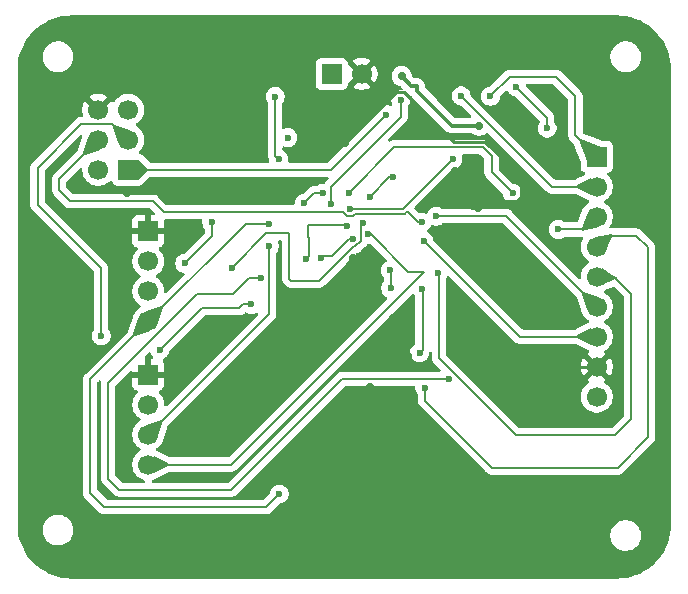
<source format=gbr>
%TF.GenerationSoftware,KiCad,Pcbnew,9.0.1*%
%TF.CreationDate,2025-12-03T13:57:07+03:00*%
%TF.ProjectId,MCU Datalogger wirh 512KB EEPROM,4d435520-4461-4746-916c-6f6767657220,1*%
%TF.SameCoordinates,Original*%
%TF.FileFunction,Copper,L2,Bot*%
%TF.FilePolarity,Positive*%
%FSLAX46Y46*%
G04 Gerber Fmt 4.6, Leading zero omitted, Abs format (unit mm)*
G04 Created by KiCad (PCBNEW 9.0.1) date 2025-12-03 13:57:07*
%MOMM*%
%LPD*%
G01*
G04 APERTURE LIST*
%TA.AperFunction,ComponentPad*%
%ADD10R,1.700000X1.700000*%
%TD*%
%TA.AperFunction,ComponentPad*%
%ADD11C,1.700000*%
%TD*%
%TA.AperFunction,ViaPad*%
%ADD12C,0.700000*%
%TD*%
%TA.AperFunction,ViaPad*%
%ADD13C,0.600000*%
%TD*%
%TA.AperFunction,Conductor*%
%ADD14C,0.250000*%
%TD*%
%TA.AperFunction,Conductor*%
%ADD15C,0.300000*%
%TD*%
%TA.AperFunction,Conductor*%
%ADD16C,0.200000*%
%TD*%
G04 APERTURE END LIST*
D10*
%TO.P,J3,1,Pin_1*%
%TO.N,/D2*%
X157268500Y-87182100D03*
D11*
%TO.P,J3,2,Pin_2*%
%TO.N,/D3*%
X157268500Y-89722100D03*
%TO.P,J3,3,Pin_3*%
%TO.N,/D4*%
X157268500Y-92262100D03*
%TO.P,J3,4,Pin_4*%
%TO.N,/D5*%
X157268500Y-94802100D03*
%TO.P,J3,5,Pin_5*%
%TO.N,/D6*%
X157268500Y-97342100D03*
%TO.P,J3,6,Pin_6*%
%TO.N,/D7*%
X157268500Y-99882100D03*
%TO.P,J3,7,Pin_7*%
%TO.N,/D8*%
X157268500Y-102422100D03*
%TO.P,J3,8,Pin_8*%
%TO.N,GND*%
X157268500Y-104962100D03*
%TO.P,J3,9,Pin_9*%
%TO.N,/Vcc*%
X157268500Y-107502100D03*
%TD*%
D10*
%TO.P,BT1,1,+*%
%TO.N,/Vcc*%
X134828500Y-80162100D03*
D11*
%TO.P,BT1,2,-*%
%TO.N,GND*%
X137368500Y-80162100D03*
%TD*%
D10*
%TO.P,J1,1,Pin_1*%
%TO.N,GND*%
X119293500Y-93492100D03*
D11*
%TO.P,J1,2,Pin_2*%
%TO.N,/Vcc*%
X119293500Y-96032100D03*
%TO.P,J1,3,Pin_3*%
%TO.N,/SDA*%
X119293500Y-98572100D03*
%TO.P,J1,4,Pin_4*%
%TO.N,/SCL*%
X119293500Y-101112100D03*
%TD*%
D10*
%TO.P,J4,1,Pin_1*%
%TO.N,/MISO*%
X117593500Y-88287100D03*
D11*
%TO.P,J4,2,Pin_2*%
%TO.N,/Vcc*%
X115053500Y-88287100D03*
%TO.P,J4,3,Pin_3*%
%TO.N,/SCK*%
X117593500Y-85747100D03*
%TO.P,J4,4,Pin_4*%
%TO.N,/MOSI*%
X115053500Y-85747100D03*
%TO.P,J4,5,Pin_5*%
%TO.N,/RESET*%
X117593500Y-83207100D03*
%TO.P,J4,6,Pin_6*%
%TO.N,GND*%
X115053500Y-83207100D03*
%TD*%
D10*
%TO.P,J2,1,Pin_1*%
%TO.N,GND*%
X119293500Y-105627100D03*
D11*
%TO.P,J2,2,Pin_2*%
%TO.N,/Vcc*%
X119293500Y-108167100D03*
%TO.P,J2,3,Pin_3*%
%TO.N,/RX*%
X119293500Y-110707100D03*
%TO.P,J2,4,Pin_4*%
%TO.N,/TX*%
X119293500Y-113247100D03*
%TD*%
D12*
%TO.N,GND*%
X134725100Y-109462100D03*
X150092100Y-94863900D03*
X153063900Y-104363500D03*
X125377900Y-101442500D03*
X141278300Y-104084100D03*
X147196500Y-91512100D03*
X138093500Y-106687100D03*
X133543500Y-104058700D03*
X145253400Y-88399600D03*
X135944300Y-86050100D03*
X140008300Y-100832900D03*
X117478500Y-90212100D03*
X121567900Y-105277900D03*
X130838900Y-100223300D03*
X132108900Y-82849700D03*
X153800500Y-100350300D03*
X121821900Y-89733100D03*
X144427900Y-90393500D03*
X132032700Y-87040700D03*
X136655500Y-95778300D03*
%TO.N,/Vcc*%
X140744900Y-80360500D03*
X147320725Y-84554275D03*
D13*
%TO.N,/SCK*%
X137520000Y-92820000D03*
X140050000Y-88910000D03*
X126390000Y-96580000D03*
X128020000Y-99690000D03*
X138030000Y-90580000D03*
X120280000Y-103530000D03*
X115310000Y-102340000D03*
%TO.N,/SDA*%
X132489900Y-91104700D03*
X122380700Y-96210100D03*
X136274500Y-90291900D03*
X134064700Y-90266500D03*
X124666700Y-92749600D03*
X150142900Y-90291900D03*
%TO.N,/RX*%
X129543500Y-94737100D03*
%TO.N,/D2*%
X145068500Y-87387100D03*
X136118500Y-93062100D03*
X132616900Y-95803700D03*
X136368500Y-91612100D03*
X148268500Y-82062100D03*
%TO.N,/D7*%
X143693500Y-92212100D03*
%TO.N,/TX*%
X137868500Y-93762100D03*
%TO.N,/MOSI*%
X142468500Y-92737100D03*
%TO.N,/D5*%
X139793500Y-96812100D03*
X139818500Y-98312100D03*
X142718500Y-106802100D03*
X142469973Y-98362100D03*
X142268500Y-103762100D03*
%TO.N,/D6*%
X143843500Y-97018431D03*
%TO.N,/D4*%
X154018500Y-93337100D03*
X128868500Y-97462100D03*
X144743500Y-105987100D03*
%TO.N,/SCL*%
X153063900Y-84754700D03*
X150447700Y-81274900D03*
X129493500Y-92841100D03*
X130051500Y-82087700D03*
X130330900Y-87396300D03*
X130393500Y-115737100D03*
X131118500Y-85562100D03*
%TO.N,/D3*%
X140668500Y-82362100D03*
X145793500Y-82037100D03*
X134743500Y-91187100D03*
X133941500Y-95762100D03*
X136593500Y-94162100D03*
%TO.N,/D8*%
X142643500Y-94312100D03*
%TO.N,/MISO*%
X139443500Y-83612100D03*
%TD*%
D14*
%TO.N,GND*%
X141278300Y-104084100D02*
X141278300Y-102102900D01*
X150818900Y-88897734D02*
X150818900Y-90571909D01*
X121342900Y-90212100D02*
X121821900Y-89733100D01*
X138093500Y-106687100D02*
X137500100Y-106687100D01*
X125377900Y-101467900D02*
X125377900Y-101442500D01*
X153800500Y-98572300D02*
X150092100Y-94863900D01*
X141278300Y-102102900D02*
X140008300Y-100832900D01*
X144427900Y-89225100D02*
X145253400Y-88399600D01*
X145166709Y-85904300D02*
X147825466Y-85904300D01*
X140308300Y-81686100D02*
X140948509Y-81686100D01*
X147196500Y-91512100D02*
X146714900Y-91512100D01*
X140948509Y-81686100D02*
X145166709Y-85904300D01*
X145291500Y-88361500D02*
X145253400Y-88399600D01*
X146170700Y-90967900D02*
X144427900Y-89225100D01*
X147825466Y-85904300D02*
X150818900Y-88897734D01*
X132032700Y-82925900D02*
X132032700Y-87040700D01*
X117478500Y-90212100D02*
X121342900Y-90212100D01*
X135944300Y-86050100D02*
X140308300Y-81686100D01*
X153662500Y-104962100D02*
X157268500Y-104962100D01*
X137500100Y-106687100D02*
X134725100Y-109462100D01*
X132108900Y-82849700D02*
X132032700Y-82925900D01*
X144427900Y-90393500D02*
X144427900Y-89225100D01*
X130838900Y-100223300D02*
X132210500Y-100223300D01*
X150422909Y-90967900D02*
X146170700Y-90967900D01*
X153063900Y-104363500D02*
X153662500Y-104962100D01*
X132210500Y-100223300D02*
X136655500Y-95778300D01*
X150818900Y-90571909D02*
X150422909Y-90967900D01*
X146714900Y-91512100D02*
X146170700Y-90967900D01*
X121567900Y-105277900D02*
X125377900Y-101467900D01*
X153800500Y-100350300D02*
X153800500Y-98572300D01*
D15*
%TO.N,/Vcc*%
X143361100Y-82875100D02*
X142091100Y-81605100D01*
X141583100Y-81198700D02*
X140744900Y-80360500D01*
X147320725Y-84554275D02*
X145040275Y-84554275D01*
X142091100Y-81605100D02*
X142091100Y-81198700D01*
X145040275Y-84554275D02*
X143361100Y-82875100D01*
X142091100Y-81198700D02*
X141583100Y-81198700D01*
D16*
%TO.N,/SCK*%
X131410000Y-97680000D02*
X133762436Y-97680000D01*
X120280000Y-103530000D02*
X123820000Y-99990000D01*
X137267500Y-93072500D02*
X137520000Y-92820000D01*
X116254500Y-84408100D02*
X113611900Y-84408100D01*
X136842443Y-94763100D02*
X137267500Y-94338043D01*
X131250000Y-97520000D02*
X131410000Y-97680000D01*
X131250000Y-93670000D02*
X131250000Y-97520000D01*
X109920000Y-91240000D02*
X113440000Y-94760000D01*
X129300000Y-93670000D02*
X131250000Y-93670000D01*
X115310000Y-96630000D02*
X115310000Y-102340000D01*
X126390000Y-96580000D02*
X129300000Y-93670000D01*
X139700000Y-88910000D02*
X140050000Y-88910000D01*
X117593500Y-85747100D02*
X116254500Y-84408100D01*
X138030000Y-90580000D02*
X139700000Y-88910000D01*
X127010000Y-99990000D02*
X127310000Y-99690000D01*
X113611900Y-84408100D02*
X109920000Y-88100000D01*
X137267500Y-94338043D02*
X137267500Y-93072500D01*
X113440000Y-94760000D02*
X115310000Y-96630000D01*
X136679336Y-94763100D02*
X136842443Y-94763100D01*
X123820000Y-99990000D02*
X127010000Y-99990000D01*
X127310000Y-99690000D02*
X128020000Y-99690000D01*
X109920000Y-88100000D02*
X109920000Y-91240000D01*
X133762436Y-97680000D02*
X136679336Y-94763100D01*
%TO.N,/SDA*%
X148364900Y-87116900D02*
X147628300Y-86380300D01*
X140135300Y-86380300D02*
X136274500Y-90241100D01*
X134064700Y-90266500D02*
X133328100Y-90266500D01*
X147628300Y-86380300D02*
X140135300Y-86380300D01*
X148364900Y-88513900D02*
X148364900Y-87116900D01*
X150142900Y-90291900D02*
X148364900Y-88513900D01*
X136274500Y-90241100D02*
X136274500Y-90291900D01*
X133328100Y-90266500D02*
X132489900Y-91104700D01*
X122380700Y-96210100D02*
X124666700Y-93924100D01*
X124666700Y-93924100D02*
X124666700Y-92749600D01*
%TO.N,/RX*%
X119293500Y-110707100D02*
X129543500Y-100457100D01*
X129543500Y-100457100D02*
X129543500Y-94737100D01*
%TO.N,/D2*%
X157268500Y-87182100D02*
X155468500Y-85382100D01*
X153818500Y-80412100D02*
X152068500Y-80412100D01*
X152068500Y-80412100D02*
X149918500Y-80412100D01*
X149918500Y-80412100D02*
X148268500Y-82062100D01*
X145068500Y-87387100D02*
X140843500Y-91612100D01*
X132616900Y-95803700D02*
X132868500Y-95552100D01*
X136043500Y-92987100D02*
X136118500Y-93062100D01*
X132868500Y-94012100D02*
X132843500Y-93987100D01*
X140843500Y-91612100D02*
X136368500Y-91612100D01*
X132843500Y-92987100D02*
X136043500Y-92987100D01*
X132843500Y-93987100D02*
X132843500Y-92987100D01*
X155468500Y-85382100D02*
X155468500Y-82062100D01*
X132868500Y-95552100D02*
X132868500Y-94012100D01*
X155468500Y-82062100D02*
X153818500Y-80412100D01*
%TO.N,/D7*%
X149598500Y-92212100D02*
X143693500Y-92212100D01*
X157268500Y-99882100D02*
X149598500Y-92212100D01*
%TO.N,/TX*%
X138168500Y-93762100D02*
X141306843Y-96900443D01*
X141306843Y-96900443D02*
X142661828Y-96900443D01*
X142661828Y-96900443D02*
X126315171Y-113247100D01*
X126315171Y-113247100D02*
X119293500Y-113247100D01*
X137868500Y-93762100D02*
X138168500Y-93762100D01*
%TO.N,/MOSI*%
X119668500Y-90912100D02*
X112717900Y-90912100D01*
X141156000Y-91866700D02*
X141009600Y-92013100D01*
X111760000Y-90030000D02*
X112680000Y-90950000D01*
X141273100Y-91866700D02*
X141156000Y-91866700D01*
X136617443Y-92213100D02*
X136119557Y-92213100D01*
X135773157Y-91866700D02*
X120623100Y-91866700D01*
X141009600Y-92013100D02*
X136817443Y-92013100D01*
X112717900Y-90912100D02*
X112680000Y-90950000D01*
X136817443Y-92013100D02*
X136617443Y-92213100D01*
X142143500Y-92737100D02*
X141273100Y-91866700D01*
X136119557Y-92213100D02*
X135773157Y-91866700D01*
X142468500Y-92737100D02*
X142143500Y-92737100D01*
X111760000Y-89040600D02*
X111760000Y-90030000D01*
X120623100Y-91866700D02*
X119668500Y-90912100D01*
X111760000Y-89040600D02*
X115053500Y-85747100D01*
%TO.N,/D5*%
X161618500Y-110951500D02*
X159057900Y-113512100D01*
X142518500Y-98410627D02*
X142469973Y-98362100D01*
X161618500Y-94862100D02*
X161618500Y-110951500D01*
X139818500Y-98312100D02*
X139818500Y-96837100D01*
X148393500Y-113512100D02*
X142718500Y-107837100D01*
X139818500Y-96837100D02*
X139793500Y-96812100D01*
X160616400Y-93860000D02*
X161618500Y-94862100D01*
X142268500Y-103762100D02*
X142518500Y-103512100D01*
X142518500Y-103512100D02*
X142518500Y-98410627D01*
X157268500Y-94802100D02*
X158210600Y-93860000D01*
X158210600Y-93860000D02*
X160616400Y-93860000D01*
X159057900Y-113512100D02*
X148393500Y-113512100D01*
X142718500Y-107837100D02*
X142718500Y-106802100D01*
%TO.N,/D6*%
X160180000Y-109380000D02*
X158820000Y-110740000D01*
X158820000Y-110740000D02*
X150421400Y-110740000D01*
X157268500Y-97342100D02*
X158748500Y-97342100D01*
X143862169Y-97037100D02*
X143843500Y-97018431D01*
X143918500Y-97037100D02*
X143862169Y-97037100D01*
X158748500Y-97342100D02*
X160180000Y-98773600D01*
X143918500Y-104237100D02*
X143918500Y-97037100D01*
X150421400Y-110740000D02*
X143918500Y-104237100D01*
X160180000Y-98773600D02*
X160180000Y-109380000D01*
%TO.N,/D4*%
X135718500Y-105987100D02*
X126318500Y-115387100D01*
X157268500Y-92262100D02*
X156193500Y-93337100D01*
X115918500Y-114448500D02*
X115918500Y-106312100D01*
X123443500Y-98787100D02*
X126493500Y-98787100D01*
X144743500Y-105987100D02*
X135718500Y-105987100D01*
X126493500Y-98787100D02*
X127818500Y-97462100D01*
X127818500Y-97462100D02*
X128868500Y-97462100D01*
X156193500Y-93337100D02*
X154018500Y-93337100D01*
X115918500Y-106312100D02*
X123443500Y-98787100D01*
X116857100Y-115387100D02*
X115918500Y-114448500D01*
X126318500Y-115387100D02*
X116857100Y-115387100D01*
%TO.N,/SCL*%
X130051500Y-82087700D02*
X130051500Y-87116900D01*
X115557100Y-116837100D02*
X129293500Y-116837100D01*
X129293500Y-116837100D02*
X130393500Y-115737100D01*
X130051500Y-87116900D02*
X130330900Y-87396300D01*
X153063900Y-83891100D02*
X150447700Y-81274900D01*
X114368500Y-115648500D02*
X115557100Y-116837100D01*
X119293500Y-101112100D02*
X114368500Y-106037100D01*
X131043500Y-85487100D02*
X131118500Y-85562100D01*
X153063900Y-84754700D02*
X153063900Y-83891100D01*
X127564500Y-92841100D02*
X119293500Y-101112100D01*
X129493500Y-92841100D02*
X127564500Y-92841100D01*
X114368500Y-106037100D02*
X114368500Y-115648500D01*
%TO.N,/D3*%
X134743500Y-89737100D02*
X134743500Y-91187100D01*
X139318500Y-85162100D02*
X134743500Y-89737100D01*
X134877500Y-95600500D02*
X136315900Y-94162100D01*
X140668500Y-82362100D02*
X140668500Y-83812100D01*
X134103100Y-95600500D02*
X134877500Y-95600500D01*
X136315900Y-94162100D02*
X136593500Y-94162100D01*
X153478500Y-89722100D02*
X145793500Y-82037100D01*
X140668500Y-83812100D02*
X139318500Y-85162100D01*
X157268500Y-89722100D02*
X153478500Y-89722100D01*
X133941500Y-95762100D02*
X134103100Y-95600500D01*
%TO.N,/D8*%
X150753500Y-102422100D02*
X142643500Y-94312100D01*
X157268500Y-102422100D02*
X150753500Y-102422100D01*
%TO.N,/MISO*%
X117593500Y-88287100D02*
X134768500Y-88287100D01*
X134768500Y-88287100D02*
X139443500Y-83612100D01*
%TD*%
%TA.AperFunction,Conductor*%
%TO.N,GND*%
G36*
X117866451Y-105315897D02*
G01*
X117910798Y-105344398D01*
X117943500Y-105377100D01*
X118860488Y-105377100D01*
X118827575Y-105434107D01*
X118793500Y-105561274D01*
X118793500Y-105692926D01*
X118827575Y-105820093D01*
X118860488Y-105877100D01*
X117943500Y-105877100D01*
X117943500Y-106524944D01*
X117949901Y-106584472D01*
X117949903Y-106584479D01*
X118000145Y-106719186D01*
X118000149Y-106719193D01*
X118086309Y-106834287D01*
X118086312Y-106834290D01*
X118201406Y-106920450D01*
X118201413Y-106920454D01*
X118332970Y-106969522D01*
X118388904Y-107011393D01*
X118413321Y-107076858D01*
X118398469Y-107145131D01*
X118377319Y-107173385D01*
X118263389Y-107287315D01*
X118138451Y-107459279D01*
X118041944Y-107648685D01*
X117976253Y-107850860D01*
X117965912Y-107916154D01*
X117943000Y-108060813D01*
X117943000Y-108273387D01*
X117976254Y-108483343D01*
X118003821Y-108568186D01*
X118041944Y-108685514D01*
X118138451Y-108874920D01*
X118263390Y-109046886D01*
X118413713Y-109197209D01*
X118585682Y-109322150D01*
X118594446Y-109326616D01*
X118645242Y-109374591D01*
X118662036Y-109442412D01*
X118639498Y-109508547D01*
X118594446Y-109547584D01*
X118585682Y-109552049D01*
X118413713Y-109676990D01*
X118263390Y-109827313D01*
X118138451Y-109999279D01*
X118041944Y-110188685D01*
X117976253Y-110390860D01*
X117943000Y-110600813D01*
X117943000Y-110813386D01*
X117973946Y-111008776D01*
X117976254Y-111023343D01*
X118040322Y-111220524D01*
X118041944Y-111225514D01*
X118138451Y-111414920D01*
X118263390Y-111586886D01*
X118413713Y-111737209D01*
X118585682Y-111862150D01*
X118594446Y-111866616D01*
X118645242Y-111914591D01*
X118662036Y-111982412D01*
X118639498Y-112048547D01*
X118594446Y-112087584D01*
X118585682Y-112092049D01*
X118413713Y-112216990D01*
X118263390Y-112367313D01*
X118138451Y-112539279D01*
X118041944Y-112728685D01*
X117976253Y-112930860D01*
X117943000Y-113140813D01*
X117943000Y-113353387D01*
X117976254Y-113563343D01*
X117989986Y-113605607D01*
X118041944Y-113765514D01*
X118138451Y-113954920D01*
X118263390Y-114126886D01*
X118413713Y-114277209D01*
X118585679Y-114402148D01*
X118585681Y-114402149D01*
X118585684Y-114402151D01*
X118775088Y-114498657D01*
X118916700Y-114544669D01*
X118974375Y-114584107D01*
X119001573Y-114648465D01*
X118989658Y-114717311D01*
X118942414Y-114768787D01*
X118878381Y-114786600D01*
X117157197Y-114786600D01*
X117090158Y-114766915D01*
X117069516Y-114750281D01*
X116555319Y-114236084D01*
X116521834Y-114174761D01*
X116519000Y-114148403D01*
X116519000Y-106612197D01*
X116538685Y-106545158D01*
X116555319Y-106524516D01*
X117136451Y-105943384D01*
X117735438Y-105344396D01*
X117796759Y-105310913D01*
X117866451Y-105315897D01*
G37*
%TD.AperFunction*%
%TA.AperFunction,Conductor*%
G36*
X141729092Y-98764062D02*
G01*
X141748563Y-98765455D01*
X141761475Y-98775121D01*
X141776740Y-98780334D01*
X141802383Y-98804585D01*
X141805530Y-98808553D01*
X141848184Y-98872389D01*
X141886722Y-98910927D01*
X141891154Y-98916515D01*
X141901701Y-98942549D01*
X141915166Y-98967207D01*
X141914644Y-98974497D01*
X141917389Y-98981272D01*
X141918000Y-98993567D01*
X141918000Y-102967264D01*
X141898315Y-103034303D01*
X141862891Y-103070366D01*
X141758210Y-103140310D01*
X141646713Y-103251807D01*
X141646710Y-103251811D01*
X141559109Y-103382914D01*
X141559102Y-103382927D01*
X141498764Y-103528598D01*
X141498761Y-103528610D01*
X141468000Y-103683253D01*
X141468000Y-103840946D01*
X141498761Y-103995589D01*
X141498764Y-103995601D01*
X141559102Y-104141272D01*
X141559109Y-104141285D01*
X141646710Y-104272388D01*
X141646713Y-104272392D01*
X141758207Y-104383886D01*
X141758211Y-104383889D01*
X141889314Y-104471490D01*
X141889327Y-104471497D01*
X142004021Y-104519004D01*
X142035003Y-104531837D01*
X142186647Y-104562001D01*
X142189653Y-104562599D01*
X142189656Y-104562600D01*
X142189658Y-104562600D01*
X142347344Y-104562600D01*
X142347345Y-104562599D01*
X142501997Y-104531837D01*
X142647679Y-104471494D01*
X142778789Y-104383889D01*
X142890289Y-104272389D01*
X142977894Y-104141279D01*
X143038237Y-103995597D01*
X143069000Y-103840942D01*
X143069000Y-103790462D01*
X143070627Y-103782282D01*
X143069711Y-103777203D01*
X143078440Y-103743006D01*
X143079440Y-103740592D01*
X143123283Y-103686190D01*
X143189578Y-103664127D01*
X143257277Y-103681408D01*
X143304886Y-103732547D01*
X143318000Y-103788048D01*
X143318000Y-104150430D01*
X143317999Y-104150448D01*
X143317999Y-104316154D01*
X143317998Y-104316154D01*
X143358923Y-104468885D01*
X143387858Y-104519000D01*
X143387859Y-104519004D01*
X143387860Y-104519004D01*
X143437979Y-104605814D01*
X143437981Y-104605817D01*
X143556849Y-104724685D01*
X143556855Y-104724690D01*
X144007084Y-105174919D01*
X144040569Y-105236242D01*
X144035585Y-105305934D01*
X143993713Y-105361867D01*
X143928249Y-105386284D01*
X143919403Y-105386600D01*
X135639440Y-105386600D01*
X135598519Y-105397564D01*
X135598519Y-105397565D01*
X135561251Y-105407551D01*
X135486714Y-105427523D01*
X135486709Y-105427526D01*
X135349790Y-105506575D01*
X135349782Y-105506581D01*
X135237980Y-105618384D01*
X135237978Y-105618386D01*
X130667677Y-110188688D01*
X126106084Y-114750281D01*
X126044761Y-114783766D01*
X126018403Y-114786600D01*
X119708619Y-114786600D01*
X119641580Y-114766915D01*
X119595825Y-114714111D01*
X119585881Y-114644953D01*
X119614906Y-114581397D01*
X119670299Y-114544669D01*
X119811912Y-114498657D01*
X120001316Y-114402151D01*
X120001329Y-114402141D01*
X120005132Y-114399811D01*
X120014397Y-114394663D01*
X121040351Y-113880813D01*
X121080451Y-113860729D01*
X121135981Y-113847600D01*
X126228502Y-113847600D01*
X126228518Y-113847601D01*
X126236114Y-113847601D01*
X126394225Y-113847601D01*
X126394228Y-113847601D01*
X126546956Y-113806677D01*
X126597075Y-113777739D01*
X126683887Y-113727620D01*
X126795691Y-113615816D01*
X126795691Y-113615814D01*
X126805899Y-113605607D01*
X126805901Y-113605604D01*
X141617550Y-98793954D01*
X141631703Y-98786226D01*
X141642787Y-98774506D01*
X141661739Y-98769825D01*
X141678871Y-98760471D01*
X141694958Y-98761621D01*
X141710619Y-98757754D01*
X141729092Y-98764062D01*
G37*
%TD.AperFunction*%
%TA.AperFunction,Conductor*%
G36*
X130592539Y-94290185D02*
G01*
X130638294Y-94342989D01*
X130649500Y-94394500D01*
X130649500Y-97433330D01*
X130649499Y-97433348D01*
X130649499Y-97599054D01*
X130649498Y-97599054D01*
X130690423Y-97751785D01*
X130701071Y-97770227D01*
X130701072Y-97770230D01*
X130769475Y-97888709D01*
X130769481Y-97888717D01*
X130888349Y-98007585D01*
X130888355Y-98007590D01*
X130925139Y-98044374D01*
X130925149Y-98044385D01*
X130929479Y-98048715D01*
X130929480Y-98048716D01*
X131041284Y-98160520D01*
X131101880Y-98195504D01*
X131128095Y-98210639D01*
X131128097Y-98210641D01*
X131164806Y-98231835D01*
X131178215Y-98239577D01*
X131330943Y-98280500D01*
X131489057Y-98280500D01*
X133675767Y-98280500D01*
X133675783Y-98280501D01*
X133683379Y-98280501D01*
X133841490Y-98280501D01*
X133841493Y-98280501D01*
X133994221Y-98239577D01*
X134044340Y-98210639D01*
X134131152Y-98160520D01*
X134242956Y-98048716D01*
X134242956Y-98048714D01*
X134253164Y-98038507D01*
X134253165Y-98038504D01*
X136906983Y-95384687D01*
X136914647Y-95379633D01*
X136918033Y-95374881D01*
X136933874Y-95366953D01*
X136948603Y-95357241D01*
X136955438Y-95354506D01*
X137074228Y-95322677D01*
X137155050Y-95276014D01*
X137211159Y-95243620D01*
X137322963Y-95131816D01*
X137322963Y-95131814D01*
X137333167Y-95121611D01*
X137333171Y-95121606D01*
X137626006Y-94828771D01*
X137626011Y-94828767D01*
X137636214Y-94818563D01*
X137636216Y-94818563D01*
X137748020Y-94706759D01*
X137776025Y-94658253D01*
X137795455Y-94624600D01*
X137798630Y-94621572D01*
X137799955Y-94617388D01*
X137823688Y-94597678D01*
X137846022Y-94576384D01*
X137851285Y-94574762D01*
X137853707Y-94572751D01*
X137866163Y-94570177D01*
X137887772Y-94563519D01*
X137895278Y-94562600D01*
X137947342Y-94562600D01*
X138030700Y-94546018D01*
X138035273Y-94545459D01*
X138065363Y-94550431D01*
X138095742Y-94553149D01*
X138100438Y-94556227D01*
X138104208Y-94556850D01*
X138111640Y-94563568D01*
X138138024Y-94580859D01*
X139456726Y-95899561D01*
X139490211Y-95960884D01*
X139485227Y-96030576D01*
X139443355Y-96086509D01*
X139416511Y-96101798D01*
X139414327Y-96102702D01*
X139414314Y-96102709D01*
X139283211Y-96190310D01*
X139283207Y-96190313D01*
X139171713Y-96301807D01*
X139171710Y-96301811D01*
X139084109Y-96432914D01*
X139084102Y-96432927D01*
X139023764Y-96578598D01*
X139023761Y-96578610D01*
X138993000Y-96733253D01*
X138993000Y-96890946D01*
X139023761Y-97045589D01*
X139023764Y-97045601D01*
X139084102Y-97191272D01*
X139084109Y-97191285D01*
X139171710Y-97322388D01*
X139171712Y-97322391D01*
X139181678Y-97332356D01*
X139215165Y-97393678D01*
X139218000Y-97420040D01*
X139218000Y-97732334D01*
X139198315Y-97799373D01*
X139197102Y-97801225D01*
X139109109Y-97932914D01*
X139109102Y-97932927D01*
X139048764Y-98078598D01*
X139048761Y-98078610D01*
X139018000Y-98233253D01*
X139018000Y-98390946D01*
X139048761Y-98545589D01*
X139048764Y-98545601D01*
X139109102Y-98691272D01*
X139109109Y-98691285D01*
X139196710Y-98822388D01*
X139196713Y-98822392D01*
X139308207Y-98933886D01*
X139308211Y-98933889D01*
X139439314Y-99021490D01*
X139439316Y-99021491D01*
X139439317Y-99021491D01*
X139439321Y-99021494D01*
X139446211Y-99024348D01*
X139500614Y-99068185D01*
X139522683Y-99134478D01*
X139505407Y-99202178D01*
X139486443Y-99226591D01*
X126102755Y-112610281D01*
X126041432Y-112643766D01*
X126015074Y-112646600D01*
X121135983Y-112646600D01*
X121080453Y-112633471D01*
X120014387Y-112099528D01*
X120010280Y-112097374D01*
X120003608Y-112093714D01*
X120001316Y-112092049D01*
X119990869Y-112086726D01*
X119989212Y-112085817D01*
X119965841Y-112062355D01*
X119941757Y-112039609D01*
X119941285Y-112037704D01*
X119939902Y-112036316D01*
X119932923Y-112003936D01*
X119924963Y-111971788D01*
X119925595Y-111969932D01*
X119925182Y-111968015D01*
X119936815Y-111937008D01*
X119947501Y-111905653D01*
X119949099Y-111904268D01*
X119949726Y-111902598D01*
X119959049Y-111895646D01*
X119992554Y-111866615D01*
X120001316Y-111862151D01*
X120023289Y-111846186D01*
X120173286Y-111737209D01*
X120173288Y-111737206D01*
X120173292Y-111737204D01*
X120323604Y-111586892D01*
X120323606Y-111586888D01*
X120323609Y-111586886D01*
X120448548Y-111414920D01*
X120448547Y-111414920D01*
X120448551Y-111414916D01*
X120545057Y-111225512D01*
X120610746Y-111023343D01*
X120610748Y-111023329D01*
X120611792Y-111018980D01*
X120614708Y-111008776D01*
X120887450Y-110188688D01*
X120990964Y-109877434D01*
X121020944Y-109828889D01*
X129912213Y-100937621D01*
X129912216Y-100937620D01*
X130024020Y-100825816D01*
X130074139Y-100739004D01*
X130103077Y-100688885D01*
X130144001Y-100536157D01*
X130144001Y-100378043D01*
X130144001Y-100370448D01*
X130144000Y-100370430D01*
X130144000Y-95316865D01*
X130163685Y-95249826D01*
X130164898Y-95247974D01*
X130242515Y-95131813D01*
X130252894Y-95116279D01*
X130257175Y-95105945D01*
X130282608Y-95044542D01*
X130313237Y-94970597D01*
X130344000Y-94815942D01*
X130344000Y-94658258D01*
X130344000Y-94658255D01*
X130343999Y-94658253D01*
X130338442Y-94630316D01*
X130313237Y-94503603D01*
X130305888Y-94485860D01*
X130287701Y-94441952D01*
X130280232Y-94372483D01*
X130311508Y-94310004D01*
X130371597Y-94274352D01*
X130402262Y-94270500D01*
X130525500Y-94270500D01*
X130592539Y-94290185D01*
G37*
%TD.AperFunction*%
%TA.AperFunction,Conductor*%
G36*
X144725187Y-97271009D02*
G01*
X144755450Y-97278733D01*
X144759931Y-97282214D01*
X144761946Y-97282864D01*
X144764022Y-97285392D01*
X144779859Y-97297694D01*
X150268639Y-102786474D01*
X150268649Y-102786485D01*
X150272979Y-102790815D01*
X150272980Y-102790816D01*
X150384784Y-102902620D01*
X150471221Y-102952524D01*
X150471222Y-102952525D01*
X150521709Y-102981674D01*
X150521710Y-102981675D01*
X150521712Y-102981675D01*
X150521715Y-102981677D01*
X150674443Y-103022601D01*
X150674446Y-103022601D01*
X150840153Y-103022601D01*
X150840169Y-103022600D01*
X155426019Y-103022600D01*
X155481549Y-103035729D01*
X155515445Y-103052706D01*
X156547614Y-103569671D01*
X156551626Y-103571773D01*
X156558348Y-103575453D01*
X156560684Y-103577151D01*
X156571663Y-103582745D01*
X156573259Y-103583619D01*
X156596677Y-103607093D01*
X156620791Y-103629866D01*
X156621251Y-103631726D01*
X156622605Y-103633083D01*
X156629615Y-103665497D01*
X156637588Y-103697687D01*
X156636970Y-103699500D01*
X156637375Y-103701373D01*
X156625752Y-103732420D01*
X156615053Y-103763822D01*
X156613491Y-103765175D01*
X156612880Y-103766809D01*
X156603670Y-103773685D01*
X156570003Y-103802862D01*
X156560940Y-103807480D01*
X156506782Y-103846827D01*
X156506782Y-103846828D01*
X157139091Y-104479137D01*
X157075507Y-104496175D01*
X156961493Y-104562001D01*
X156868401Y-104655093D01*
X156802575Y-104769107D01*
X156785537Y-104832691D01*
X156153228Y-104200382D01*
X156153227Y-104200382D01*
X156113880Y-104254539D01*
X156017404Y-104443882D01*
X155951742Y-104645969D01*
X155951742Y-104645972D01*
X155918500Y-104855853D01*
X155918500Y-105068346D01*
X155951742Y-105278227D01*
X155951742Y-105278230D01*
X156017404Y-105480317D01*
X156113875Y-105669650D01*
X156153228Y-105723816D01*
X156785537Y-105091508D01*
X156802575Y-105155093D01*
X156868401Y-105269107D01*
X156961493Y-105362199D01*
X157075507Y-105428025D01*
X157139090Y-105445062D01*
X156506782Y-106077369D01*
X156506782Y-106077370D01*
X156560952Y-106116726D01*
X156560951Y-106116726D01*
X156569995Y-106121334D01*
X156620792Y-106169308D01*
X156637587Y-106237129D01*
X156615050Y-106303264D01*
X156569999Y-106342302D01*
X156560682Y-106347049D01*
X156388713Y-106471990D01*
X156238390Y-106622313D01*
X156113451Y-106794279D01*
X156016944Y-106983685D01*
X155951253Y-107185860D01*
X155918000Y-107395813D01*
X155918000Y-107608386D01*
X155940497Y-107750430D01*
X155951254Y-107818343D01*
X155961819Y-107850860D01*
X156016944Y-108020514D01*
X156113451Y-108209920D01*
X156238390Y-108381886D01*
X156388713Y-108532209D01*
X156560679Y-108657148D01*
X156560681Y-108657149D01*
X156560684Y-108657151D01*
X156750088Y-108753657D01*
X156952257Y-108819346D01*
X157162213Y-108852600D01*
X157162214Y-108852600D01*
X157374786Y-108852600D01*
X157374787Y-108852600D01*
X157584743Y-108819346D01*
X157786912Y-108753657D01*
X157976316Y-108657151D01*
X158098767Y-108568186D01*
X158148286Y-108532209D01*
X158148288Y-108532206D01*
X158148292Y-108532204D01*
X158298604Y-108381892D01*
X158298606Y-108381888D01*
X158298609Y-108381886D01*
X158423548Y-108209920D01*
X158423547Y-108209920D01*
X158423551Y-108209916D01*
X158520057Y-108020512D01*
X158585746Y-107818343D01*
X158619000Y-107608387D01*
X158619000Y-107395813D01*
X158585746Y-107185857D01*
X158520057Y-106983688D01*
X158423551Y-106794284D01*
X158423549Y-106794281D01*
X158423548Y-106794279D01*
X158298609Y-106622313D01*
X158148286Y-106471990D01*
X157976317Y-106347049D01*
X157967004Y-106342304D01*
X157916207Y-106294330D01*
X157899412Y-106226509D01*
X157921949Y-106160374D01*
X157967007Y-106121332D01*
X157976055Y-106116722D01*
X158030216Y-106077370D01*
X158030217Y-106077370D01*
X157397908Y-105445062D01*
X157461493Y-105428025D01*
X157575507Y-105362199D01*
X157668599Y-105269107D01*
X157734425Y-105155093D01*
X157751462Y-105091509D01*
X158383770Y-105723817D01*
X158383770Y-105723816D01*
X158423122Y-105669654D01*
X158519595Y-105480317D01*
X158585257Y-105278230D01*
X158585257Y-105278227D01*
X158618500Y-105068346D01*
X158618500Y-104855853D01*
X158585257Y-104645972D01*
X158585257Y-104645969D01*
X158519595Y-104443882D01*
X158423124Y-104254549D01*
X158383770Y-104200382D01*
X158383769Y-104200382D01*
X157751462Y-104832690D01*
X157734425Y-104769107D01*
X157668599Y-104655093D01*
X157575507Y-104562001D01*
X157461493Y-104496175D01*
X157397909Y-104479137D01*
X158030216Y-103846828D01*
X157976047Y-103807473D01*
X157976047Y-103807472D01*
X157967000Y-103802863D01*
X157916206Y-103754888D01*
X157899412Y-103687066D01*
X157921951Y-103620932D01*
X157967008Y-103581893D01*
X157976316Y-103577151D01*
X158055507Y-103519615D01*
X158148286Y-103452209D01*
X158148288Y-103452206D01*
X158148292Y-103452204D01*
X158298604Y-103301892D01*
X158298606Y-103301888D01*
X158298609Y-103301886D01*
X158423548Y-103129920D01*
X158423547Y-103129920D01*
X158423551Y-103129916D01*
X158520057Y-102940512D01*
X158585746Y-102738343D01*
X158619000Y-102528387D01*
X158619000Y-102315813D01*
X158585746Y-102105857D01*
X158520057Y-101903688D01*
X158423551Y-101714284D01*
X158423549Y-101714281D01*
X158423548Y-101714279D01*
X158298609Y-101542313D01*
X158148286Y-101391990D01*
X157976320Y-101267051D01*
X157975615Y-101266691D01*
X157967554Y-101262585D01*
X157916759Y-101214612D01*
X157899963Y-101146792D01*
X157922499Y-101080656D01*
X157967554Y-101041615D01*
X157976316Y-101037151D01*
X157998289Y-101021186D01*
X158148286Y-100912209D01*
X158148288Y-100912206D01*
X158148292Y-100912204D01*
X158298604Y-100761892D01*
X158298606Y-100761888D01*
X158298609Y-100761886D01*
X158407586Y-100611889D01*
X158423551Y-100589916D01*
X158520057Y-100400512D01*
X158585746Y-100198343D01*
X158619000Y-99988387D01*
X158619000Y-99775813D01*
X158585746Y-99565857D01*
X158520057Y-99363688D01*
X158423551Y-99174284D01*
X158423549Y-99174281D01*
X158423548Y-99174279D01*
X158298609Y-99002313D01*
X158148286Y-98851990D01*
X157976315Y-98727048D01*
X157976312Y-98727046D01*
X157967550Y-98722581D01*
X157958402Y-98713940D01*
X157946738Y-98709207D01*
X157933479Y-98690400D01*
X157916756Y-98674605D01*
X157913731Y-98662388D01*
X157906479Y-98652102D01*
X157905492Y-98629116D01*
X157899963Y-98606783D01*
X157904023Y-98594869D01*
X157903484Y-98582297D01*
X157915079Y-98562429D01*
X157922503Y-98540649D01*
X157933203Y-98531376D01*
X157938704Y-98521953D01*
X157967543Y-98501620D01*
X157976316Y-98497151D01*
X157976316Y-98497150D01*
X157981153Y-98494818D01*
X158638804Y-98195503D01*
X158707972Y-98185650D01*
X158771491Y-98214757D01*
X158777848Y-98220684D01*
X159543181Y-98986016D01*
X159576666Y-99047339D01*
X159579500Y-99073697D01*
X159579500Y-109079903D01*
X159559815Y-109146942D01*
X159543181Y-109167584D01*
X158607584Y-110103181D01*
X158546261Y-110136666D01*
X158519903Y-110139500D01*
X150721497Y-110139500D01*
X150654458Y-110119815D01*
X150633816Y-110103181D01*
X144555319Y-104024684D01*
X144521834Y-103963361D01*
X144519000Y-103937003D01*
X144519000Y-97485950D01*
X144521797Y-97473859D01*
X144520770Y-97465071D01*
X144528073Y-97446739D01*
X144531604Y-97431481D01*
X144535266Y-97423991D01*
X144552894Y-97397610D01*
X144579091Y-97334363D01*
X144580782Y-97330906D01*
X144601853Y-97307846D01*
X144621457Y-97283520D01*
X144625230Y-97282264D01*
X144627914Y-97279327D01*
X144658116Y-97271317D01*
X144687751Y-97261454D01*
X144691604Y-97262437D01*
X144695449Y-97261418D01*
X144725187Y-97271009D01*
G37*
%TD.AperFunction*%
%TA.AperFunction,Conductor*%
G36*
X127557450Y-100364356D02*
G01*
X127585393Y-100366355D01*
X127595657Y-100371608D01*
X127598566Y-100372160D01*
X127600712Y-100374194D01*
X127610943Y-100379430D01*
X127640821Y-100399394D01*
X127640827Y-100399396D01*
X127640828Y-100399397D01*
X127734095Y-100438029D01*
X127786503Y-100459737D01*
X127941153Y-100490499D01*
X127941156Y-100490500D01*
X127941158Y-100490500D01*
X128098844Y-100490500D01*
X128098845Y-100490499D01*
X128253497Y-100459737D01*
X128366166Y-100413067D01*
X128399172Y-100399397D01*
X128399172Y-100399396D01*
X128399179Y-100399394D01*
X128415559Y-100388448D01*
X128482236Y-100367569D01*
X128549617Y-100386052D01*
X128596308Y-100438029D01*
X128607487Y-100506999D01*
X128579603Y-100571063D01*
X128572134Y-100579230D01*
X120855681Y-108295683D01*
X120794358Y-108329168D01*
X120724666Y-108324184D01*
X120668733Y-108282312D01*
X120644316Y-108216848D01*
X120644000Y-108208002D01*
X120644000Y-108060813D01*
X120637617Y-108020512D01*
X120610746Y-107850857D01*
X120545057Y-107648688D01*
X120448551Y-107459284D01*
X120448549Y-107459281D01*
X120448548Y-107459279D01*
X120323609Y-107287313D01*
X120209681Y-107173385D01*
X120176196Y-107112062D01*
X120181180Y-107042370D01*
X120223052Y-106986437D01*
X120254029Y-106969522D01*
X120385586Y-106920454D01*
X120385593Y-106920450D01*
X120500687Y-106834290D01*
X120500690Y-106834287D01*
X120586850Y-106719193D01*
X120586854Y-106719186D01*
X120637096Y-106584479D01*
X120637098Y-106584472D01*
X120643499Y-106524944D01*
X120643500Y-106524927D01*
X120643500Y-105877100D01*
X119726512Y-105877100D01*
X119759425Y-105820093D01*
X119793500Y-105692926D01*
X119793500Y-105561274D01*
X119759425Y-105434107D01*
X119726512Y-105377100D01*
X120643500Y-105377100D01*
X120643500Y-104729272D01*
X120643499Y-104729255D01*
X120637098Y-104669727D01*
X120637096Y-104669720D01*
X120586854Y-104535013D01*
X120586852Y-104535010D01*
X120530712Y-104460017D01*
X120506294Y-104394552D01*
X120521145Y-104326279D01*
X120570550Y-104276873D01*
X120582510Y-104271150D01*
X120659179Y-104239394D01*
X120790289Y-104151789D01*
X120901789Y-104040289D01*
X120989394Y-103909179D01*
X121049737Y-103763497D01*
X121080500Y-103608842D01*
X121080638Y-103608150D01*
X121113023Y-103546239D01*
X121114518Y-103544716D01*
X124032416Y-100626819D01*
X124093739Y-100593334D01*
X124120097Y-100590500D01*
X126923331Y-100590500D01*
X126923347Y-100590501D01*
X126930943Y-100590501D01*
X127089054Y-100590501D01*
X127089057Y-100590501D01*
X127241785Y-100549577D01*
X127307564Y-100511599D01*
X127378716Y-100470520D01*
X127459484Y-100389751D01*
X127465131Y-100385285D01*
X127491111Y-100374797D01*
X127515701Y-100361371D01*
X127523069Y-100361897D01*
X127529922Y-100359132D01*
X127557450Y-100364356D01*
G37*
%TD.AperFunction*%
%TA.AperFunction,Conductor*%
G36*
X119453254Y-103729094D02*
G01*
X119509187Y-103770966D01*
X119524481Y-103797824D01*
X119570602Y-103909172D01*
X119570609Y-103909185D01*
X119658210Y-104040288D01*
X119658213Y-104040292D01*
X119683340Y-104065419D01*
X119716825Y-104126742D01*
X119711841Y-104196434D01*
X119669969Y-104252367D01*
X119604505Y-104276784D01*
X119595659Y-104277100D01*
X119543500Y-104277100D01*
X119543500Y-105194088D01*
X119486493Y-105161175D01*
X119359326Y-105127100D01*
X119227674Y-105127100D01*
X119100507Y-105161175D01*
X119043500Y-105194088D01*
X119043500Y-104277100D01*
X119010798Y-104244398D01*
X118977313Y-104183075D01*
X118982297Y-104113383D01*
X119010796Y-104069038D01*
X119322241Y-103757593D01*
X119383562Y-103724110D01*
X119453254Y-103729094D01*
G37*
%TD.AperFunction*%
%TA.AperFunction,Conductor*%
G36*
X149365442Y-92832285D02*
G01*
X149386084Y-92848919D01*
X155541051Y-99003886D01*
X155571033Y-99052435D01*
X155947294Y-100183789D01*
X155950203Y-100193966D01*
X155951253Y-100198339D01*
X155951254Y-100198343D01*
X156016579Y-100399393D01*
X156016944Y-100400514D01*
X156113451Y-100589920D01*
X156238390Y-100761886D01*
X156388713Y-100912209D01*
X156560682Y-101037150D01*
X156569446Y-101041616D01*
X156577229Y-101048966D01*
X156587270Y-101052690D01*
X156602189Y-101072540D01*
X156620242Y-101089591D01*
X156622816Y-101099985D01*
X156629248Y-101108544D01*
X156631067Y-101133307D01*
X156637036Y-101157412D01*
X156633582Y-101167545D01*
X156634367Y-101178225D01*
X156622508Y-101200041D01*
X156614498Y-101223547D01*
X156605230Y-101231827D01*
X156600999Y-101239613D01*
X156576803Y-101257228D01*
X156572786Y-101260818D01*
X156571126Y-101261728D01*
X156560684Y-101267049D01*
X156558391Y-101268713D01*
X156551719Y-101272374D01*
X156551339Y-101272457D01*
X156547613Y-101274527D01*
X155481546Y-101808471D01*
X155426016Y-101821600D01*
X151053597Y-101821600D01*
X150986558Y-101801915D01*
X150965916Y-101785281D01*
X143478074Y-94297439D01*
X143444589Y-94236116D01*
X143444138Y-94233949D01*
X143413238Y-94078610D01*
X143413237Y-94078603D01*
X143407235Y-94064112D01*
X143352897Y-93932927D01*
X143352890Y-93932914D01*
X143265289Y-93801811D01*
X143265286Y-93801807D01*
X143153792Y-93690313D01*
X143153788Y-93690310D01*
X143022685Y-93602709D01*
X143022675Y-93602704D01*
X142984656Y-93586956D01*
X142930253Y-93543115D01*
X142908188Y-93476820D01*
X142925467Y-93409121D01*
X142963220Y-93369292D01*
X142967187Y-93366640D01*
X142978789Y-93358889D01*
X143090289Y-93247389D01*
X143177894Y-93116279D01*
X143219288Y-93016342D01*
X143263127Y-92961943D01*
X143329421Y-92939877D01*
X143381297Y-92949236D01*
X143460003Y-92981837D01*
X143614653Y-93012599D01*
X143614656Y-93012600D01*
X143614658Y-93012600D01*
X143772344Y-93012600D01*
X143772345Y-93012599D01*
X143926997Y-92981837D01*
X144072679Y-92921494D01*
X144131216Y-92882381D01*
X144204375Y-92833498D01*
X144271053Y-92812620D01*
X144273266Y-92812600D01*
X149298403Y-92812600D01*
X149365442Y-92832285D01*
G37*
%TD.AperFunction*%
%TA.AperFunction,Conductor*%
G36*
X123822635Y-92486885D02*
G01*
X123868390Y-92539689D01*
X123878334Y-92608847D01*
X123877213Y-92615392D01*
X123866200Y-92670755D01*
X123866200Y-92828446D01*
X123896961Y-92983089D01*
X123896964Y-92983101D01*
X123957302Y-93128772D01*
X123957309Y-93128785D01*
X124016668Y-93217621D01*
X124044650Y-93259499D01*
X124045302Y-93260474D01*
X124066180Y-93327151D01*
X124066200Y-93329365D01*
X124066200Y-93624003D01*
X124046515Y-93691042D01*
X124029881Y-93711684D01*
X122366039Y-95375525D01*
X122304716Y-95409010D01*
X122302550Y-95409461D01*
X122147208Y-95440361D01*
X122147198Y-95440364D01*
X122001527Y-95500702D01*
X122001514Y-95500709D01*
X121870411Y-95588310D01*
X121870407Y-95588313D01*
X121758913Y-95699807D01*
X121758910Y-95699811D01*
X121671309Y-95830914D01*
X121671302Y-95830927D01*
X121610964Y-95976598D01*
X121610961Y-95976610D01*
X121580200Y-96131253D01*
X121580200Y-96288946D01*
X121610961Y-96443589D01*
X121610964Y-96443601D01*
X121671302Y-96589272D01*
X121671309Y-96589285D01*
X121758910Y-96720388D01*
X121758913Y-96720392D01*
X121870407Y-96831886D01*
X121870411Y-96831889D01*
X122001514Y-96919490D01*
X122001527Y-96919497D01*
X122097344Y-96959185D01*
X122147203Y-96979837D01*
X122268432Y-97003951D01*
X122277767Y-97005808D01*
X122339678Y-97038193D01*
X122374252Y-97098908D01*
X122370513Y-97168678D01*
X122341257Y-97215106D01*
X120855681Y-98700683D01*
X120794358Y-98734168D01*
X120724666Y-98729184D01*
X120668733Y-98687312D01*
X120644316Y-98621848D01*
X120644000Y-98613002D01*
X120644000Y-98465813D01*
X120632142Y-98390946D01*
X120610746Y-98255857D01*
X120545057Y-98053688D01*
X120448551Y-97864284D01*
X120448549Y-97864281D01*
X120448548Y-97864279D01*
X120323609Y-97692313D01*
X120173286Y-97541990D01*
X120001320Y-97417051D01*
X120000615Y-97416691D01*
X119992554Y-97412585D01*
X119941759Y-97364612D01*
X119924963Y-97296792D01*
X119947499Y-97230656D01*
X119992554Y-97191615D01*
X120001316Y-97187151D01*
X120054002Y-97148873D01*
X120173286Y-97062209D01*
X120173288Y-97062206D01*
X120173292Y-97062204D01*
X120323604Y-96911892D01*
X120323606Y-96911888D01*
X120323609Y-96911886D01*
X120448548Y-96739920D01*
X120448547Y-96739920D01*
X120448551Y-96739916D01*
X120545057Y-96550512D01*
X120610746Y-96348343D01*
X120644000Y-96138387D01*
X120644000Y-95925813D01*
X120610746Y-95715857D01*
X120545057Y-95513688D01*
X120448551Y-95324284D01*
X120448549Y-95324281D01*
X120448548Y-95324279D01*
X120323609Y-95152313D01*
X120209681Y-95038385D01*
X120176196Y-94977062D01*
X120181180Y-94907370D01*
X120223052Y-94851437D01*
X120254029Y-94834522D01*
X120385586Y-94785454D01*
X120385593Y-94785450D01*
X120500687Y-94699290D01*
X120500690Y-94699287D01*
X120586850Y-94584193D01*
X120586854Y-94584186D01*
X120637096Y-94449479D01*
X120637098Y-94449472D01*
X120643499Y-94389944D01*
X120643500Y-94389927D01*
X120643500Y-93742100D01*
X119726512Y-93742100D01*
X119759425Y-93685093D01*
X119793500Y-93557926D01*
X119793500Y-93426274D01*
X119759425Y-93299107D01*
X119726512Y-93242100D01*
X120643500Y-93242100D01*
X120643500Y-92591200D01*
X120663185Y-92524161D01*
X120715989Y-92478406D01*
X120767500Y-92467200D01*
X123755596Y-92467200D01*
X123822635Y-92486885D01*
G37*
%TD.AperFunction*%
%TA.AperFunction,Conductor*%
G36*
X141637291Y-82077486D02*
G01*
X141663613Y-82097560D01*
X142851482Y-83285427D01*
X142851503Y-83285450D01*
X144625600Y-85059547D01*
X144625607Y-85059553D01*
X144713656Y-85118385D01*
X144713658Y-85118386D01*
X144732139Y-85130735D01*
X144732150Y-85130741D01*
X144753316Y-85139508D01*
X144850531Y-85179776D01*
X144850535Y-85179776D01*
X144850536Y-85179777D01*
X144976203Y-85204775D01*
X144976206Y-85204775D01*
X146725793Y-85204775D01*
X146792832Y-85224460D01*
X146794684Y-85225673D01*
X146846930Y-85260582D01*
X146917862Y-85307978D01*
X147072643Y-85372091D01*
X147236953Y-85404774D01*
X147236957Y-85404775D01*
X147236958Y-85404775D01*
X147404493Y-85404775D01*
X147404494Y-85404774D01*
X147568807Y-85372091D01*
X147723588Y-85307978D01*
X147862887Y-85214901D01*
X147873188Y-85204600D01*
X147904796Y-85172993D01*
X147966119Y-85139508D01*
X148035811Y-85144492D01*
X148080158Y-85172993D01*
X152993639Y-90086474D01*
X152993649Y-90086485D01*
X152997979Y-90090815D01*
X152997980Y-90090816D01*
X153109784Y-90202620D01*
X153127864Y-90213058D01*
X153196595Y-90252739D01*
X153196597Y-90252741D01*
X153246713Y-90281676D01*
X153246715Y-90281677D01*
X153399442Y-90322600D01*
X153399443Y-90322600D01*
X155426019Y-90322600D01*
X155481549Y-90335729D01*
X155515080Y-90352523D01*
X156547614Y-90869671D01*
X156551710Y-90871819D01*
X156558385Y-90875481D01*
X156560684Y-90877151D01*
X156571148Y-90882482D01*
X156572791Y-90883384D01*
X156596164Y-90906849D01*
X156620240Y-90929587D01*
X156620712Y-90931493D01*
X156622099Y-90932886D01*
X156629074Y-90965259D01*
X156637036Y-90997407D01*
X156636402Y-90999267D01*
X156636816Y-91001188D01*
X156625181Y-91032195D01*
X156614500Y-91063543D01*
X156612899Y-91064929D01*
X156612271Y-91066605D01*
X156602933Y-91073565D01*
X156569453Y-91102580D01*
X156560681Y-91107050D01*
X156388713Y-91231990D01*
X156238390Y-91382313D01*
X156113451Y-91554279D01*
X156016944Y-91743683D01*
X155950375Y-91948559D01*
X155947871Y-91957004D01*
X155700584Y-92654059D01*
X155659618Y-92710659D01*
X155594555Y-92736126D01*
X155583720Y-92736600D01*
X154598266Y-92736600D01*
X154531227Y-92716915D01*
X154529375Y-92715702D01*
X154397685Y-92627709D01*
X154397672Y-92627702D01*
X154252001Y-92567364D01*
X154251989Y-92567361D01*
X154097345Y-92536600D01*
X154097342Y-92536600D01*
X153939658Y-92536600D01*
X153939655Y-92536600D01*
X153785010Y-92567361D01*
X153784998Y-92567364D01*
X153639327Y-92627702D01*
X153639314Y-92627709D01*
X153508211Y-92715310D01*
X153508207Y-92715313D01*
X153396713Y-92826807D01*
X153396710Y-92826811D01*
X153309109Y-92957914D01*
X153309102Y-92957927D01*
X153248764Y-93103598D01*
X153248761Y-93103610D01*
X153218000Y-93258253D01*
X153218000Y-93415946D01*
X153248761Y-93570589D01*
X153248764Y-93570601D01*
X153309102Y-93716272D01*
X153309109Y-93716285D01*
X153396710Y-93847388D01*
X153396713Y-93847392D01*
X153508207Y-93958886D01*
X153508211Y-93958889D01*
X153639314Y-94046490D01*
X153639327Y-94046497D01*
X153784998Y-94106835D01*
X153785003Y-94106837D01*
X153939653Y-94137599D01*
X153939656Y-94137600D01*
X153939658Y-94137600D01*
X154097344Y-94137600D01*
X154097345Y-94137599D01*
X154251997Y-94106837D01*
X154397679Y-94046494D01*
X154469286Y-93998648D01*
X154529375Y-93958498D01*
X154596053Y-93937620D01*
X154598266Y-93937600D01*
X155990934Y-93937600D01*
X156057973Y-93957285D01*
X156103728Y-94010089D01*
X156113672Y-94079247D01*
X156101419Y-94117892D01*
X156082062Y-94155885D01*
X156016944Y-94283685D01*
X155951253Y-94485860D01*
X155918000Y-94695813D01*
X155918000Y-94908386D01*
X155950882Y-95115998D01*
X155951254Y-95118343D01*
X156008137Y-95293411D01*
X156016944Y-95320514D01*
X156113451Y-95509920D01*
X156238390Y-95681886D01*
X156388713Y-95832209D01*
X156560682Y-95957150D01*
X156569446Y-95961616D01*
X156620242Y-96009591D01*
X156637036Y-96077412D01*
X156614498Y-96143547D01*
X156569446Y-96182584D01*
X156560682Y-96187049D01*
X156388713Y-96311990D01*
X156238390Y-96462313D01*
X156113451Y-96634279D01*
X156016944Y-96823685D01*
X155951253Y-97025860D01*
X155918000Y-97235813D01*
X155918000Y-97383003D01*
X155898315Y-97450042D01*
X155845511Y-97495797D01*
X155776353Y-97505741D01*
X155712797Y-97476716D01*
X155706319Y-97470684D01*
X150086090Y-91850455D01*
X150086088Y-91850452D01*
X149967217Y-91731581D01*
X149967216Y-91731580D01*
X149879894Y-91681165D01*
X149879893Y-91681164D01*
X149830290Y-91652525D01*
X149830289Y-91652524D01*
X149817763Y-91649167D01*
X149677557Y-91611599D01*
X149519443Y-91611599D01*
X149511847Y-91611599D01*
X149511831Y-91611600D01*
X144273266Y-91611600D01*
X144206227Y-91591915D01*
X144204375Y-91590702D01*
X144072685Y-91502709D01*
X144072672Y-91502702D01*
X143927001Y-91442364D01*
X143926989Y-91442361D01*
X143772345Y-91411600D01*
X143772342Y-91411600D01*
X143614658Y-91411600D01*
X143614655Y-91411600D01*
X143460010Y-91442361D01*
X143459998Y-91442364D01*
X143314327Y-91502702D01*
X143314314Y-91502709D01*
X143183211Y-91590310D01*
X143183207Y-91590313D01*
X143071713Y-91701807D01*
X143071710Y-91701811D01*
X142984109Y-91832914D01*
X142984104Y-91832924D01*
X142942712Y-91932854D01*
X142898871Y-91987257D01*
X142832577Y-92009322D01*
X142780699Y-91999962D01*
X142702001Y-91967364D01*
X142701989Y-91967361D01*
X142547345Y-91936600D01*
X142547342Y-91936600D01*
X142389658Y-91936600D01*
X142289993Y-91956424D01*
X142220402Y-91950196D01*
X142178122Y-91922487D01*
X141867916Y-91612281D01*
X141834431Y-91550958D01*
X141839415Y-91481266D01*
X141867916Y-91436919D01*
X143434229Y-89870606D01*
X145083162Y-88221672D01*
X145144483Y-88188189D01*
X145146650Y-88187738D01*
X145204585Y-88176213D01*
X145301997Y-88156837D01*
X145414666Y-88110167D01*
X145447672Y-88096497D01*
X145447672Y-88096496D01*
X145447679Y-88096494D01*
X145578789Y-88008889D01*
X145690289Y-87897389D01*
X145777894Y-87766279D01*
X145838237Y-87620597D01*
X145869000Y-87465942D01*
X145869000Y-87308258D01*
X145869000Y-87308255D01*
X145868999Y-87308253D01*
X145858802Y-87256990D01*
X145838237Y-87153603D01*
X145838234Y-87153595D01*
X145837676Y-87152247D01*
X145837594Y-87151484D01*
X145836469Y-87147776D01*
X145837172Y-87147562D01*
X145830210Y-87082778D01*
X145861488Y-87020300D01*
X145921579Y-86984650D01*
X145952239Y-86980800D01*
X147328203Y-86980800D01*
X147395242Y-87000485D01*
X147415884Y-87017119D01*
X147728081Y-87329316D01*
X147761566Y-87390639D01*
X147764400Y-87416997D01*
X147764400Y-88427230D01*
X147764399Y-88427248D01*
X147764399Y-88592954D01*
X147764398Y-88592954D01*
X147764399Y-88592957D01*
X147805323Y-88745685D01*
X147812688Y-88758442D01*
X147834258Y-88795800D01*
X147834259Y-88795804D01*
X147834260Y-88795804D01*
X147861111Y-88842313D01*
X147884379Y-88882614D01*
X147884381Y-88882617D01*
X148003249Y-89001485D01*
X148003255Y-89001490D01*
X149308325Y-90306560D01*
X149341810Y-90367883D01*
X149342261Y-90370049D01*
X149373161Y-90525391D01*
X149373164Y-90525401D01*
X149433502Y-90671072D01*
X149433509Y-90671085D01*
X149521110Y-90802188D01*
X149521113Y-90802192D01*
X149632607Y-90913686D01*
X149632611Y-90913689D01*
X149763714Y-91001290D01*
X149763727Y-91001297D01*
X149892221Y-91054520D01*
X149909403Y-91061637D01*
X150064053Y-91092399D01*
X150064056Y-91092400D01*
X150064058Y-91092400D01*
X150221744Y-91092400D01*
X150221745Y-91092399D01*
X150376397Y-91061637D01*
X150522079Y-91001294D01*
X150653189Y-90913689D01*
X150764689Y-90802189D01*
X150852294Y-90671079D01*
X150912637Y-90525397D01*
X150943400Y-90370742D01*
X150943400Y-90213058D01*
X150943400Y-90213055D01*
X150943399Y-90213053D01*
X150919084Y-90090816D01*
X150912637Y-90058403D01*
X150882579Y-89985835D01*
X150852297Y-89912727D01*
X150852290Y-89912714D01*
X150764689Y-89781611D01*
X150764686Y-89781607D01*
X150653192Y-89670113D01*
X150653188Y-89670110D01*
X150522085Y-89582509D01*
X150522072Y-89582502D01*
X150376401Y-89522164D01*
X150376391Y-89522161D01*
X150221051Y-89491262D01*
X150159141Y-89458877D01*
X150157562Y-89457326D01*
X149001719Y-88301483D01*
X148968234Y-88240160D01*
X148965400Y-88213802D01*
X148965400Y-87205960D01*
X148965401Y-87205947D01*
X148965401Y-87037844D01*
X148965400Y-87037839D01*
X148924477Y-86885116D01*
X148896670Y-86836952D01*
X148845424Y-86748190D01*
X148845418Y-86748182D01*
X148115890Y-86018655D01*
X148115888Y-86018652D01*
X147997017Y-85899781D01*
X147997012Y-85899777D01*
X147890025Y-85838009D01*
X147890023Y-85838008D01*
X147860087Y-85820724D01*
X147860086Y-85820723D01*
X147860085Y-85820723D01*
X147707357Y-85779799D01*
X147549243Y-85779799D01*
X147541647Y-85779799D01*
X147541631Y-85779800D01*
X140221970Y-85779800D01*
X140221954Y-85779799D01*
X140214358Y-85779799D01*
X140056243Y-85779799D01*
X139954425Y-85807081D01*
X139903515Y-85820723D01*
X139786032Y-85888551D01*
X139718131Y-85905022D01*
X139652105Y-85882170D01*
X139608915Y-85827248D01*
X139602274Y-85757695D01*
X139634291Y-85695592D01*
X139636269Y-85693565D01*
X139799019Y-85530816D01*
X141027006Y-84302827D01*
X141027011Y-84302824D01*
X141037214Y-84292620D01*
X141037216Y-84292620D01*
X141149020Y-84180816D01*
X141203250Y-84086886D01*
X141226106Y-84047299D01*
X141226109Y-84047291D01*
X141228077Y-84043885D01*
X141269000Y-83891158D01*
X141269000Y-83733043D01*
X141269000Y-82941865D01*
X141288685Y-82874826D01*
X141289898Y-82872974D01*
X141302880Y-82853546D01*
X141377894Y-82741279D01*
X141438237Y-82595597D01*
X141469000Y-82440942D01*
X141469000Y-82283258D01*
X141469000Y-82283255D01*
X141454315Y-82209433D01*
X141460542Y-82139842D01*
X141503404Y-82084664D01*
X141569294Y-82061419D01*
X141637291Y-82077486D01*
G37*
%TD.AperFunction*%
%TA.AperFunction,Conductor*%
G36*
X113622334Y-88130014D02*
G01*
X113678267Y-88171886D01*
X113702684Y-88237350D01*
X113703000Y-88246196D01*
X113703000Y-88393386D01*
X113734608Y-88592954D01*
X113736254Y-88603343D01*
X113798787Y-88795800D01*
X113801944Y-88805514D01*
X113898451Y-88994920D01*
X114023390Y-89166886D01*
X114173713Y-89317209D01*
X114345679Y-89442148D01*
X114345681Y-89442149D01*
X114345684Y-89442151D01*
X114535088Y-89538657D01*
X114737257Y-89604346D01*
X114947213Y-89637600D01*
X114947214Y-89637600D01*
X115159786Y-89637600D01*
X115159787Y-89637600D01*
X115369743Y-89604346D01*
X115571912Y-89538657D01*
X115761316Y-89442151D01*
X115933292Y-89317204D01*
X116046829Y-89203666D01*
X116108148Y-89170184D01*
X116177840Y-89175168D01*
X116233774Y-89217039D01*
X116250689Y-89248017D01*
X116299702Y-89379428D01*
X116299706Y-89379435D01*
X116385952Y-89494644D01*
X116385955Y-89494647D01*
X116501164Y-89580893D01*
X116501171Y-89580897D01*
X116636017Y-89631191D01*
X116636016Y-89631191D01*
X116642944Y-89631935D01*
X116695627Y-89637600D01*
X118464483Y-89637599D01*
X118465834Y-89637732D01*
X118466535Y-89637599D01*
X118491372Y-89637599D01*
X118550983Y-89631191D01*
X118603416Y-89611634D01*
X118607194Y-89610918D01*
X118615665Y-89608014D01*
X118646359Y-89595617D01*
X118685831Y-89580896D01*
X118749783Y-89533020D01*
X118756087Y-89528601D01*
X118786186Y-89508875D01*
X119455142Y-88918620D01*
X119518434Y-88889026D01*
X119537183Y-88887600D01*
X134444402Y-88887600D01*
X134511441Y-88907285D01*
X134557196Y-88960089D01*
X134567140Y-89029247D01*
X134538115Y-89092803D01*
X134532083Y-89099281D01*
X134262981Y-89368382D01*
X134262975Y-89368390D01*
X134242417Y-89403999D01*
X134191851Y-89452215D01*
X134135030Y-89466000D01*
X133985855Y-89466000D01*
X133831210Y-89496761D01*
X133831198Y-89496764D01*
X133685527Y-89557102D01*
X133685514Y-89557109D01*
X133553825Y-89645102D01*
X133535778Y-89650752D01*
X133519869Y-89660977D01*
X133488907Y-89665428D01*
X133487147Y-89665980D01*
X133484934Y-89666000D01*
X133414770Y-89666000D01*
X133414754Y-89665999D01*
X133407158Y-89665999D01*
X133249043Y-89665999D01*
X133141687Y-89694765D01*
X133096310Y-89706924D01*
X133096309Y-89706925D01*
X133046196Y-89735859D01*
X133046195Y-89735860D01*
X133029628Y-89745425D01*
X132959385Y-89785979D01*
X132959382Y-89785981D01*
X132475239Y-90270125D01*
X132413916Y-90303610D01*
X132411750Y-90304061D01*
X132256408Y-90334961D01*
X132256398Y-90334964D01*
X132110727Y-90395302D01*
X132110714Y-90395309D01*
X131979611Y-90482910D01*
X131979607Y-90482913D01*
X131868113Y-90594407D01*
X131868110Y-90594411D01*
X131780509Y-90725514D01*
X131780502Y-90725527D01*
X131720164Y-90871198D01*
X131720161Y-90871210D01*
X131689400Y-91025853D01*
X131689400Y-91142200D01*
X131669715Y-91209239D01*
X131616911Y-91254994D01*
X131565400Y-91266200D01*
X120923197Y-91266200D01*
X120856158Y-91246515D01*
X120835516Y-91229881D01*
X120156090Y-90550455D01*
X120156088Y-90550452D01*
X120037217Y-90431581D01*
X120037212Y-90431577D01*
X119931841Y-90370742D01*
X119931839Y-90370741D01*
X119930640Y-90370049D01*
X119900285Y-90352523D01*
X119747557Y-90311599D01*
X119589443Y-90311599D01*
X119581847Y-90311599D01*
X119581831Y-90311600D01*
X112942197Y-90311600D01*
X112875158Y-90291915D01*
X112854516Y-90275281D01*
X112396819Y-89817584D01*
X112363334Y-89756261D01*
X112360500Y-89729903D01*
X112360500Y-89340696D01*
X112380185Y-89273657D01*
X112396814Y-89253020D01*
X113491319Y-88158514D01*
X113552642Y-88125030D01*
X113622334Y-88130014D01*
G37*
%TD.AperFunction*%
%TA.AperFunction,Conductor*%
G36*
X158970600Y-75212720D02*
G01*
X158983717Y-75213292D01*
X159361640Y-75229792D01*
X159372377Y-75230732D01*
X159757760Y-75281469D01*
X159768388Y-75283342D01*
X160147888Y-75367475D01*
X160158308Y-75370267D01*
X160529024Y-75487153D01*
X160539178Y-75490849D01*
X160898286Y-75639597D01*
X160908077Y-75644163D01*
X161252840Y-75823635D01*
X161262208Y-75829043D01*
X161590029Y-76037888D01*
X161598890Y-76044093D01*
X161907251Y-76280707D01*
X161915538Y-76287661D01*
X162202102Y-76550248D01*
X162209751Y-76557897D01*
X162472338Y-76844461D01*
X162479292Y-76852748D01*
X162715906Y-77161109D01*
X162722111Y-77169970D01*
X162930956Y-77497791D01*
X162936364Y-77507159D01*
X163115833Y-77851915D01*
X163120405Y-77861719D01*
X163269149Y-78220819D01*
X163272849Y-78230984D01*
X163389727Y-78601673D01*
X163392527Y-78612123D01*
X163476654Y-78991599D01*
X163478532Y-79002252D01*
X163529265Y-79387602D01*
X163530208Y-79398378D01*
X163547279Y-79789376D01*
X163547397Y-79794785D01*
X163547398Y-118262006D01*
X163547398Y-118325191D01*
X163547280Y-118330600D01*
X163530208Y-118721621D01*
X163529265Y-118732397D01*
X163478532Y-119117747D01*
X163476654Y-119128400D01*
X163392527Y-119507876D01*
X163389727Y-119518326D01*
X163272849Y-119889015D01*
X163269149Y-119899180D01*
X163120405Y-120258280D01*
X163115833Y-120268084D01*
X162936364Y-120612840D01*
X162930956Y-120622208D01*
X162722111Y-120950029D01*
X162715906Y-120958890D01*
X162479292Y-121267251D01*
X162472338Y-121275538D01*
X162209751Y-121562102D01*
X162202102Y-121569751D01*
X161915538Y-121832338D01*
X161907251Y-121839292D01*
X161598890Y-122075906D01*
X161590029Y-122082111D01*
X161262208Y-122290956D01*
X161252840Y-122296364D01*
X160908084Y-122475833D01*
X160898280Y-122480405D01*
X160539180Y-122629149D01*
X160529015Y-122632849D01*
X160158326Y-122749727D01*
X160147876Y-122752527D01*
X159768400Y-122836654D01*
X159757747Y-122838532D01*
X159372397Y-122889265D01*
X159361621Y-122890208D01*
X158970601Y-122907280D01*
X158965192Y-122907398D01*
X112814808Y-122907398D01*
X112809399Y-122907280D01*
X112418378Y-122890208D01*
X112407602Y-122889265D01*
X112022252Y-122838532D01*
X112011599Y-122836654D01*
X111632123Y-122752527D01*
X111621673Y-122749727D01*
X111250984Y-122632849D01*
X111240819Y-122629149D01*
X110881719Y-122480405D01*
X110871915Y-122475833D01*
X110527159Y-122296364D01*
X110517791Y-122290956D01*
X110189970Y-122082111D01*
X110181109Y-122075906D01*
X109872748Y-121839292D01*
X109864461Y-121832338D01*
X109577897Y-121569751D01*
X109570248Y-121562102D01*
X109307661Y-121275538D01*
X109300707Y-121267251D01*
X109064093Y-120958890D01*
X109057888Y-120950029D01*
X108849043Y-120622208D01*
X108843635Y-120612840D01*
X108664163Y-120268077D01*
X108659594Y-120258280D01*
X108654081Y-120244971D01*
X108510849Y-119899178D01*
X108507150Y-119889015D01*
X108390267Y-119518308D01*
X108387475Y-119507888D01*
X108303342Y-119128388D01*
X108301469Y-119117760D01*
X108250732Y-118732377D01*
X108249793Y-118721646D01*
X108248562Y-118693448D01*
X110357900Y-118693448D01*
X110357900Y-118898151D01*
X110389922Y-119100334D01*
X110453181Y-119295023D01*
X110546115Y-119477413D01*
X110666428Y-119643013D01*
X110811186Y-119787771D01*
X110964530Y-119899180D01*
X110976790Y-119908087D01*
X111093007Y-119967303D01*
X111159176Y-120001018D01*
X111159178Y-120001018D01*
X111159181Y-120001020D01*
X111263537Y-120034927D01*
X111353865Y-120064277D01*
X111454957Y-120080288D01*
X111556048Y-120096300D01*
X111556049Y-120096300D01*
X111760751Y-120096300D01*
X111760752Y-120096300D01*
X111962934Y-120064277D01*
X112157619Y-120001020D01*
X112340010Y-119908087D01*
X112432990Y-119840532D01*
X112505613Y-119787771D01*
X112505615Y-119787768D01*
X112505619Y-119787766D01*
X112650366Y-119643019D01*
X112650368Y-119643015D01*
X112650371Y-119643013D01*
X112748552Y-119507876D01*
X112770687Y-119477410D01*
X112863620Y-119295019D01*
X112910529Y-119150648D01*
X158414700Y-119150648D01*
X158414700Y-119355351D01*
X158446722Y-119557534D01*
X158509981Y-119752223D01*
X158556663Y-119843840D01*
X158589397Y-119908084D01*
X158602915Y-119934613D01*
X158723228Y-120100213D01*
X158867986Y-120244971D01*
X159022949Y-120357556D01*
X159033590Y-120365287D01*
X159149807Y-120424503D01*
X159215976Y-120458218D01*
X159215978Y-120458218D01*
X159215981Y-120458220D01*
X159320337Y-120492127D01*
X159410665Y-120521477D01*
X159511757Y-120537488D01*
X159612848Y-120553500D01*
X159612849Y-120553500D01*
X159817551Y-120553500D01*
X159817552Y-120553500D01*
X160019734Y-120521477D01*
X160214419Y-120458220D01*
X160396810Y-120365287D01*
X160530600Y-120268084D01*
X160562413Y-120244971D01*
X160562415Y-120244968D01*
X160562419Y-120244966D01*
X160707166Y-120100219D01*
X160707168Y-120100215D01*
X160707171Y-120100213D01*
X160759932Y-120027590D01*
X160827487Y-119934610D01*
X160920420Y-119752219D01*
X160983677Y-119557534D01*
X161015700Y-119355352D01*
X161015700Y-119150648D01*
X160983677Y-118948466D01*
X160920420Y-118753781D01*
X160920418Y-118753778D01*
X160920418Y-118753776D01*
X160886703Y-118687607D01*
X160827487Y-118571390D01*
X160809880Y-118547156D01*
X160707171Y-118405786D01*
X160562413Y-118261028D01*
X160396813Y-118140715D01*
X160396812Y-118140714D01*
X160396810Y-118140713D01*
X160339853Y-118111691D01*
X160214423Y-118047781D01*
X160019734Y-117984522D01*
X159845195Y-117956878D01*
X159817552Y-117952500D01*
X159612848Y-117952500D01*
X159588529Y-117956351D01*
X159410665Y-117984522D01*
X159215976Y-118047781D01*
X159033586Y-118140715D01*
X158867986Y-118261028D01*
X158723228Y-118405786D01*
X158602915Y-118571386D01*
X158509981Y-118753776D01*
X158446722Y-118948465D01*
X158414700Y-119150648D01*
X112910529Y-119150648D01*
X112917758Y-119128400D01*
X112924563Y-119107457D01*
X112924564Y-119107455D01*
X112926875Y-119100342D01*
X112926875Y-119100338D01*
X112926877Y-119100334D01*
X112958900Y-118898152D01*
X112958900Y-118693448D01*
X112926877Y-118491266D01*
X112863620Y-118296581D01*
X112863618Y-118296578D01*
X112863618Y-118296576D01*
X112829903Y-118230407D01*
X112770687Y-118114190D01*
X112762956Y-118103549D01*
X112650371Y-117948586D01*
X112505613Y-117803828D01*
X112340013Y-117683515D01*
X112340012Y-117683514D01*
X112340010Y-117683513D01*
X112283053Y-117654491D01*
X112157623Y-117590581D01*
X111962934Y-117527322D01*
X111788395Y-117499678D01*
X111760752Y-117495300D01*
X111556048Y-117495300D01*
X111531729Y-117499151D01*
X111353865Y-117527322D01*
X111159176Y-117590581D01*
X110976786Y-117683515D01*
X110811186Y-117803828D01*
X110666428Y-117948586D01*
X110546115Y-118114186D01*
X110453181Y-118296576D01*
X110389922Y-118491265D01*
X110357900Y-118693448D01*
X108248562Y-118693448D01*
X108232721Y-118330621D01*
X108232603Y-118325213D01*
X108232603Y-91319054D01*
X109319498Y-91319054D01*
X109352539Y-91442364D01*
X109360423Y-91471785D01*
X109383988Y-91512600D01*
X109428854Y-91590311D01*
X109439479Y-91608714D01*
X109439481Y-91608717D01*
X109558349Y-91727585D01*
X109558355Y-91727590D01*
X113078349Y-95247585D01*
X113078355Y-95247590D01*
X114673181Y-96842416D01*
X114706666Y-96903739D01*
X114709500Y-96930097D01*
X114709500Y-101760234D01*
X114689815Y-101827273D01*
X114688602Y-101829125D01*
X114600609Y-101960814D01*
X114600602Y-101960827D01*
X114540264Y-102106498D01*
X114540261Y-102106510D01*
X114509500Y-102261153D01*
X114509500Y-102418846D01*
X114540261Y-102573489D01*
X114540264Y-102573501D01*
X114600602Y-102719172D01*
X114600609Y-102719185D01*
X114688210Y-102850288D01*
X114688213Y-102850292D01*
X114799707Y-102961786D01*
X114799711Y-102961789D01*
X114930814Y-103049390D01*
X114930827Y-103049397D01*
X115076498Y-103109735D01*
X115076503Y-103109737D01*
X115230203Y-103140310D01*
X115231153Y-103140499D01*
X115231156Y-103140500D01*
X115231158Y-103140500D01*
X115388844Y-103140500D01*
X115388845Y-103140499D01*
X115543497Y-103109737D01*
X115689179Y-103049394D01*
X115820289Y-102961789D01*
X115931789Y-102850289D01*
X116019394Y-102719179D01*
X116079737Y-102573497D01*
X116110500Y-102418842D01*
X116110500Y-102261158D01*
X116110500Y-102261155D01*
X116110499Y-102261153D01*
X116079738Y-102106510D01*
X116079737Y-102106503D01*
X116079469Y-102105857D01*
X116019397Y-101960827D01*
X116019390Y-101960814D01*
X115931398Y-101829125D01*
X115910520Y-101762447D01*
X115910500Y-101760234D01*
X115910500Y-96550942D01*
X115907008Y-96537911D01*
X115907007Y-96537908D01*
X115897160Y-96501158D01*
X115890827Y-96477523D01*
X115869577Y-96398216D01*
X115839432Y-96346003D01*
X115790524Y-96261290D01*
X115790521Y-96261286D01*
X115790520Y-96261284D01*
X115678716Y-96149480D01*
X115678715Y-96149479D01*
X115674385Y-96145149D01*
X115674374Y-96145139D01*
X113927590Y-94398355D01*
X113927588Y-94398352D01*
X110556819Y-91027583D01*
X110523334Y-90966260D01*
X110520500Y-90939902D01*
X110520500Y-88400097D01*
X110540185Y-88333058D01*
X110556819Y-88312416D01*
X112032283Y-86836952D01*
X113515147Y-85354087D01*
X113576468Y-85320604D01*
X113646160Y-85325588D01*
X113702093Y-85367460D01*
X113726510Y-85432924D01*
X113720489Y-85480902D01*
X113356032Y-86576764D01*
X113326050Y-86625313D01*
X111391286Y-88560078D01*
X111279481Y-88671882D01*
X111279475Y-88671890D01*
X111229506Y-88758441D01*
X111229506Y-88758442D01*
X111200423Y-88808815D01*
X111159499Y-88961543D01*
X111159499Y-88961545D01*
X111159499Y-89129646D01*
X111159500Y-89129659D01*
X111159500Y-89943330D01*
X111159499Y-89943348D01*
X111159499Y-90109054D01*
X111159498Y-90109054D01*
X111159499Y-90109057D01*
X111200423Y-90261785D01*
X111200424Y-90261787D01*
X111200423Y-90261787D01*
X111209389Y-90277315D01*
X111209390Y-90277316D01*
X111279477Y-90398712D01*
X111279481Y-90398717D01*
X111398349Y-90517585D01*
X111398355Y-90517590D01*
X112199481Y-91318716D01*
X112311284Y-91430519D01*
X112448215Y-91509577D01*
X112600943Y-91550501D01*
X112600946Y-91550501D01*
X112759055Y-91550501D01*
X112759057Y-91550501D01*
X112884735Y-91516824D01*
X112916829Y-91512600D01*
X119368403Y-91512600D01*
X119435442Y-91532285D01*
X119456084Y-91548919D01*
X119837584Y-91930419D01*
X119871069Y-91991742D01*
X119866085Y-92061434D01*
X119824213Y-92117367D01*
X119758749Y-92141784D01*
X119749903Y-92142100D01*
X119543500Y-92142100D01*
X119543500Y-93059088D01*
X119486493Y-93026175D01*
X119359326Y-92992100D01*
X119227674Y-92992100D01*
X119100507Y-93026175D01*
X119043500Y-93059088D01*
X119043500Y-92142100D01*
X118395655Y-92142100D01*
X118336127Y-92148501D01*
X118336120Y-92148503D01*
X118201413Y-92198745D01*
X118201406Y-92198749D01*
X118086312Y-92284909D01*
X118086309Y-92284912D01*
X118000149Y-92400006D01*
X118000145Y-92400013D01*
X117949903Y-92534720D01*
X117949901Y-92534727D01*
X117943500Y-92594255D01*
X117943500Y-93242100D01*
X118860488Y-93242100D01*
X118827575Y-93299107D01*
X118793500Y-93426274D01*
X118793500Y-93557926D01*
X118827575Y-93685093D01*
X118860488Y-93742100D01*
X117943500Y-93742100D01*
X117943500Y-94389944D01*
X117949901Y-94449472D01*
X117949903Y-94449479D01*
X118000145Y-94584186D01*
X118000149Y-94584193D01*
X118086309Y-94699287D01*
X118086312Y-94699290D01*
X118201406Y-94785450D01*
X118201413Y-94785454D01*
X118332970Y-94834522D01*
X118388904Y-94876393D01*
X118413321Y-94941858D01*
X118398469Y-95010131D01*
X118377319Y-95038385D01*
X118263389Y-95152315D01*
X118138451Y-95324279D01*
X118041944Y-95513685D01*
X117976253Y-95715860D01*
X117947158Y-95899561D01*
X117943000Y-95925813D01*
X117943000Y-96138387D01*
X117944071Y-96145149D01*
X117975963Y-96346510D01*
X117976254Y-96348343D01*
X118035875Y-96531838D01*
X118041944Y-96550514D01*
X118138451Y-96739920D01*
X118263390Y-96911886D01*
X118413713Y-97062209D01*
X118585682Y-97187150D01*
X118594446Y-97191616D01*
X118645242Y-97239591D01*
X118662036Y-97307412D01*
X118639498Y-97373547D01*
X118594446Y-97412584D01*
X118585682Y-97417049D01*
X118413713Y-97541990D01*
X118263390Y-97692313D01*
X118138451Y-97864279D01*
X118041944Y-98053685D01*
X118041943Y-98053687D01*
X118041943Y-98053688D01*
X118022310Y-98114111D01*
X117976253Y-98255860D01*
X117952650Y-98404884D01*
X117943000Y-98465813D01*
X117943000Y-98678387D01*
X117948631Y-98713940D01*
X117967270Y-98831624D01*
X117976254Y-98888343D01*
X118041614Y-99089500D01*
X118041944Y-99090514D01*
X118138451Y-99279920D01*
X118263390Y-99451886D01*
X118413713Y-99602209D01*
X118585682Y-99727150D01*
X118594446Y-99731616D01*
X118645242Y-99779591D01*
X118662036Y-99847412D01*
X118639498Y-99913547D01*
X118594446Y-99952584D01*
X118585682Y-99957049D01*
X118413713Y-100081990D01*
X118263390Y-100232313D01*
X118138451Y-100404279D01*
X118041944Y-100593683D01*
X117976251Y-100795866D01*
X117975204Y-100800226D01*
X117972296Y-100810401D01*
X117596033Y-101941763D01*
X117566051Y-101990312D01*
X113999786Y-105556578D01*
X113887981Y-105668382D01*
X113887977Y-105668387D01*
X113839403Y-105752522D01*
X113839402Y-105752521D01*
X113808924Y-105805311D01*
X113808923Y-105805315D01*
X113767999Y-105958043D01*
X113767999Y-105958045D01*
X113767999Y-106126146D01*
X113768000Y-106126159D01*
X113768000Y-115561830D01*
X113767999Y-115561848D01*
X113767999Y-115727554D01*
X113767998Y-115727554D01*
X113808924Y-115880289D01*
X113808925Y-115880290D01*
X113835803Y-115926843D01*
X113835804Y-115926845D01*
X113887975Y-116017209D01*
X113887981Y-116017217D01*
X114006849Y-116136085D01*
X114006855Y-116136090D01*
X115072239Y-117201474D01*
X115072249Y-117201485D01*
X115076579Y-117205815D01*
X115076580Y-117205816D01*
X115188384Y-117317620D01*
X115275195Y-117367739D01*
X115275197Y-117367741D01*
X115325313Y-117396676D01*
X115325315Y-117396677D01*
X115478042Y-117437600D01*
X115478043Y-117437600D01*
X129206831Y-117437600D01*
X129206847Y-117437601D01*
X129214443Y-117437601D01*
X129372554Y-117437601D01*
X129372557Y-117437601D01*
X129525285Y-117396677D01*
X129575404Y-117367739D01*
X129662216Y-117317620D01*
X129774020Y-117205816D01*
X129774020Y-117205814D01*
X129784228Y-117195607D01*
X129784229Y-117195604D01*
X130408162Y-116571672D01*
X130469483Y-116538189D01*
X130471650Y-116537738D01*
X130529585Y-116526213D01*
X130626997Y-116506837D01*
X130772679Y-116446494D01*
X130903789Y-116358889D01*
X131015289Y-116247389D01*
X131102894Y-116116279D01*
X131163237Y-115970597D01*
X131194000Y-115815942D01*
X131194000Y-115658258D01*
X131194000Y-115658255D01*
X131193999Y-115658253D01*
X131176333Y-115569443D01*
X131163237Y-115503603D01*
X131135270Y-115436084D01*
X131102897Y-115357927D01*
X131102890Y-115357914D01*
X131015289Y-115226811D01*
X131015286Y-115226807D01*
X130903792Y-115115313D01*
X130903788Y-115115310D01*
X130772685Y-115027709D01*
X130772672Y-115027702D01*
X130627001Y-114967364D01*
X130626989Y-114967361D01*
X130472345Y-114936600D01*
X130472342Y-114936600D01*
X130314658Y-114936600D01*
X130314655Y-114936600D01*
X130160010Y-114967361D01*
X130159998Y-114967364D01*
X130014327Y-115027702D01*
X130014314Y-115027709D01*
X129883211Y-115115310D01*
X129883207Y-115115313D01*
X129771713Y-115226807D01*
X129771710Y-115226811D01*
X129684109Y-115357914D01*
X129684102Y-115357927D01*
X129623764Y-115503598D01*
X129623761Y-115503608D01*
X129592861Y-115658950D01*
X129560476Y-115720861D01*
X129558925Y-115722439D01*
X129081084Y-116200281D01*
X129019761Y-116233766D01*
X128993403Y-116236600D01*
X115857197Y-116236600D01*
X115790158Y-116216915D01*
X115769516Y-116200281D01*
X115005319Y-115436084D01*
X114971834Y-115374761D01*
X114969000Y-115348403D01*
X114969000Y-106337196D01*
X114971433Y-106328908D01*
X114970147Y-106320366D01*
X114981128Y-106295890D01*
X114988685Y-106270157D01*
X114995212Y-106264500D01*
X114998749Y-106256619D01*
X115005306Y-106249528D01*
X115106320Y-106148514D01*
X115167641Y-106115031D01*
X115237333Y-106120015D01*
X115293266Y-106161887D01*
X115317683Y-106227351D01*
X115317999Y-106236197D01*
X115317999Y-106401146D01*
X115318000Y-106401159D01*
X115318000Y-114361830D01*
X115317999Y-114361848D01*
X115317999Y-114527554D01*
X115317998Y-114527554D01*
X115358923Y-114680285D01*
X115387858Y-114730400D01*
X115387859Y-114730404D01*
X115387860Y-114730404D01*
X115437979Y-114817214D01*
X115437981Y-114817217D01*
X115556849Y-114936085D01*
X115556855Y-114936090D01*
X116372239Y-115751474D01*
X116372249Y-115751485D01*
X116376579Y-115755815D01*
X116376580Y-115755816D01*
X116488384Y-115867620D01*
X116510330Y-115880290D01*
X116575195Y-115917739D01*
X116575197Y-115917741D01*
X116590966Y-115926845D01*
X116625315Y-115946677D01*
X116778043Y-115987601D01*
X116778046Y-115987601D01*
X116943753Y-115987601D01*
X116943769Y-115987600D01*
X126231831Y-115987600D01*
X126231847Y-115987601D01*
X126239443Y-115987601D01*
X126397554Y-115987601D01*
X126397557Y-115987601D01*
X126550285Y-115946677D01*
X126600404Y-115917739D01*
X126687216Y-115867620D01*
X126799020Y-115755816D01*
X126799020Y-115755814D01*
X126809228Y-115745607D01*
X126809229Y-115745604D01*
X135930916Y-106623919D01*
X135992239Y-106590434D01*
X136018597Y-106587600D01*
X141794548Y-106587600D01*
X141861587Y-106607285D01*
X141907342Y-106660089D01*
X141916854Y-106717166D01*
X141918000Y-106717166D01*
X141918000Y-106880946D01*
X141948761Y-107035589D01*
X141948764Y-107035601D01*
X142009102Y-107181272D01*
X142009109Y-107181285D01*
X142097102Y-107312974D01*
X142117980Y-107379651D01*
X142118000Y-107381865D01*
X142118000Y-107750430D01*
X142117999Y-107750448D01*
X142117999Y-107916154D01*
X142117998Y-107916154D01*
X142158923Y-108068885D01*
X142187858Y-108119000D01*
X142187859Y-108119004D01*
X142187860Y-108119004D01*
X142237979Y-108205814D01*
X142237981Y-108205817D01*
X142356849Y-108324685D01*
X142356855Y-108324690D01*
X147908639Y-113876474D01*
X147908649Y-113876485D01*
X147912979Y-113880815D01*
X147912980Y-113880816D01*
X148024784Y-113992620D01*
X148111595Y-114042739D01*
X148111597Y-114042741D01*
X148149651Y-114064711D01*
X148161715Y-114071677D01*
X148314443Y-114112601D01*
X148314446Y-114112601D01*
X148480153Y-114112601D01*
X148480169Y-114112600D01*
X158971231Y-114112600D01*
X158971247Y-114112601D01*
X158978843Y-114112601D01*
X159136954Y-114112601D01*
X159136957Y-114112601D01*
X159289685Y-114071677D01*
X159339804Y-114042739D01*
X159426616Y-113992620D01*
X159538420Y-113880816D01*
X159538420Y-113880814D01*
X159548628Y-113870607D01*
X159548630Y-113870604D01*
X161977006Y-111442228D01*
X161977011Y-111442224D01*
X161987214Y-111432020D01*
X161987216Y-111432020D01*
X162099020Y-111320216D01*
X162165418Y-111205210D01*
X162178077Y-111183285D01*
X162219000Y-111030558D01*
X162219000Y-110872443D01*
X162219000Y-94783043D01*
X162178077Y-94630316D01*
X162143154Y-94569827D01*
X162099024Y-94493390D01*
X162099021Y-94493386D01*
X162099020Y-94493384D01*
X161987216Y-94381580D01*
X161987215Y-94381579D01*
X161982885Y-94377249D01*
X161982874Y-94377239D01*
X161103990Y-93498355D01*
X161103988Y-93498352D01*
X160985117Y-93379481D01*
X160985109Y-93379475D01*
X160870948Y-93313565D01*
X160870948Y-93313564D01*
X160870943Y-93313563D01*
X160863001Y-93308977D01*
X160848186Y-93300423D01*
X160797165Y-93286752D01*
X160695457Y-93259499D01*
X160537343Y-93259499D01*
X160529747Y-93259499D01*
X160529731Y-93259500D01*
X158456521Y-93259500D01*
X158389482Y-93239815D01*
X158343727Y-93187011D01*
X158333783Y-93117853D01*
X158356202Y-93062615D01*
X158392540Y-93012599D01*
X158423551Y-92969916D01*
X158520057Y-92780512D01*
X158585746Y-92578343D01*
X158619000Y-92368387D01*
X158619000Y-92155813D01*
X158585746Y-91945857D01*
X158520057Y-91743688D01*
X158423551Y-91554284D01*
X158423549Y-91554281D01*
X158423548Y-91554279D01*
X158298609Y-91382313D01*
X158148286Y-91231990D01*
X157976320Y-91107051D01*
X157975615Y-91106691D01*
X157967554Y-91102585D01*
X157916759Y-91054612D01*
X157899963Y-90986792D01*
X157922499Y-90920656D01*
X157967554Y-90881615D01*
X157976316Y-90877151D01*
X158079489Y-90802192D01*
X158148286Y-90752209D01*
X158148288Y-90752206D01*
X158148292Y-90752204D01*
X158298604Y-90601892D01*
X158298606Y-90601888D01*
X158298609Y-90601886D01*
X158423548Y-90429920D01*
X158423547Y-90429920D01*
X158423551Y-90429916D01*
X158520057Y-90240512D01*
X158585746Y-90038343D01*
X158619000Y-89828387D01*
X158619000Y-89615813D01*
X158585746Y-89405857D01*
X158520057Y-89203688D01*
X158423551Y-89014284D01*
X158423549Y-89014281D01*
X158423548Y-89014279D01*
X158298609Y-88842313D01*
X158185069Y-88728773D01*
X158151584Y-88667450D01*
X158156568Y-88597758D01*
X158198440Y-88541825D01*
X158229415Y-88524910D01*
X158360831Y-88475896D01*
X158476046Y-88389646D01*
X158562296Y-88274431D01*
X158612591Y-88139583D01*
X158619000Y-88079973D01*
X158618999Y-86284228D01*
X158612591Y-86224617D01*
X158597400Y-86183889D01*
X158562297Y-86089771D01*
X158562293Y-86089764D01*
X158476047Y-85974555D01*
X158476044Y-85974552D01*
X158360835Y-85888306D01*
X158360828Y-85888302D01*
X158225982Y-85838008D01*
X158225983Y-85838008D01*
X158166383Y-85831601D01*
X158166381Y-85831600D01*
X158166373Y-85831600D01*
X158166365Y-85831600D01*
X157751252Y-85831600D01*
X157706423Y-85823213D01*
X157700001Y-85820723D01*
X156952346Y-85530816D01*
X156183087Y-85232532D01*
X156174785Y-85227120D01*
X156168489Y-85225751D01*
X156140235Y-85204600D01*
X156105319Y-85169684D01*
X156071834Y-85108361D01*
X156069000Y-85082003D01*
X156069000Y-81983043D01*
X156068967Y-81982921D01*
X156046201Y-81897957D01*
X156046201Y-81897956D01*
X156028077Y-81830316D01*
X156024547Y-81824201D01*
X155949024Y-81693390D01*
X155949021Y-81693386D01*
X155949020Y-81693384D01*
X155837216Y-81581580D01*
X155837215Y-81581579D01*
X155832885Y-81577249D01*
X155832874Y-81577239D01*
X154306090Y-80050455D01*
X154306088Y-80050452D01*
X154187217Y-79931581D01*
X154187216Y-79931580D01*
X154100404Y-79881460D01*
X154100404Y-79881459D01*
X154100400Y-79881458D01*
X154050285Y-79852523D01*
X153897557Y-79811599D01*
X153739443Y-79811599D01*
X153731847Y-79811599D01*
X153731831Y-79811600D01*
X149839436Y-79811600D01*
X149821579Y-79816385D01*
X149821580Y-79816386D01*
X149686714Y-79852523D01*
X149686709Y-79852526D01*
X149549790Y-79931575D01*
X149549782Y-79931581D01*
X148253839Y-81227525D01*
X148192516Y-81261010D01*
X148190350Y-81261461D01*
X148035008Y-81292361D01*
X148034998Y-81292364D01*
X147889327Y-81352702D01*
X147889314Y-81352709D01*
X147758211Y-81440310D01*
X147758207Y-81440313D01*
X147646713Y-81551807D01*
X147646710Y-81551811D01*
X147559109Y-81682914D01*
X147559102Y-81682927D01*
X147498764Y-81828598D01*
X147498761Y-81828610D01*
X147468000Y-81983253D01*
X147468000Y-82140946D01*
X147498761Y-82295589D01*
X147498764Y-82295601D01*
X147559102Y-82441272D01*
X147559109Y-82441285D01*
X147646710Y-82572388D01*
X147646713Y-82572392D01*
X147758207Y-82683886D01*
X147758211Y-82683889D01*
X147889314Y-82771490D01*
X147889327Y-82771497D01*
X147975043Y-82807001D01*
X148035003Y-82831837D01*
X148189653Y-82862599D01*
X148189656Y-82862600D01*
X148189658Y-82862600D01*
X148347344Y-82862600D01*
X148347345Y-82862599D01*
X148501997Y-82831837D01*
X148647679Y-82771494D01*
X148778789Y-82683889D01*
X148890289Y-82572389D01*
X148977894Y-82441279D01*
X149038237Y-82295597D01*
X149063907Y-82166546D01*
X149069138Y-82140250D01*
X149101523Y-82078339D01*
X149103021Y-82076813D01*
X149546331Y-81633502D01*
X149607652Y-81600019D01*
X149677343Y-81605003D01*
X149733277Y-81646874D01*
X149737112Y-81652294D01*
X149825910Y-81785188D01*
X149825913Y-81785192D01*
X149937407Y-81896686D01*
X149937411Y-81896689D01*
X150068514Y-81984290D01*
X150068527Y-81984297D01*
X150214198Y-82044635D01*
X150214203Y-82044637D01*
X150278847Y-82057495D01*
X150369549Y-82075538D01*
X150431460Y-82107923D01*
X150433039Y-82109474D01*
X152420567Y-84097002D01*
X152454052Y-84158325D01*
X152449068Y-84228017D01*
X152435988Y-84253574D01*
X152354509Y-84375514D01*
X152354502Y-84375527D01*
X152294164Y-84521198D01*
X152294161Y-84521210D01*
X152263400Y-84675853D01*
X152263400Y-84833546D01*
X152294161Y-84988189D01*
X152294164Y-84988201D01*
X152354502Y-85133872D01*
X152354509Y-85133885D01*
X152442110Y-85264988D01*
X152442113Y-85264992D01*
X152553607Y-85376486D01*
X152553611Y-85376489D01*
X152684714Y-85464090D01*
X152684727Y-85464097D01*
X152830398Y-85524435D01*
X152830403Y-85524437D01*
X152985053Y-85555199D01*
X152985056Y-85555200D01*
X152985058Y-85555200D01*
X153142744Y-85555200D01*
X153142745Y-85555199D01*
X153297397Y-85524437D01*
X153443079Y-85464094D01*
X153574189Y-85376489D01*
X153685689Y-85264989D01*
X153773294Y-85133879D01*
X153833637Y-84988197D01*
X153864400Y-84833542D01*
X153864400Y-84675858D01*
X153864400Y-84675855D01*
X153864399Y-84675853D01*
X153833637Y-84521203D01*
X153833635Y-84521198D01*
X153773297Y-84375527D01*
X153773290Y-84375514D01*
X153685298Y-84243825D01*
X153679647Y-84225778D01*
X153669423Y-84209869D01*
X153664971Y-84178907D01*
X153664420Y-84177147D01*
X153664400Y-84174934D01*
X153664400Y-83980160D01*
X153664401Y-83980147D01*
X153664401Y-83812044D01*
X153648692Y-83753417D01*
X153623477Y-83659316D01*
X153586842Y-83595861D01*
X153544424Y-83522390D01*
X153544418Y-83522382D01*
X151282273Y-81260237D01*
X151273209Y-81243638D01*
X151260077Y-81230028D01*
X151249673Y-81200535D01*
X151248788Y-81198914D01*
X151248336Y-81196744D01*
X151248007Y-81195092D01*
X151244671Y-81178315D01*
X151241185Y-81160788D01*
X151247415Y-81091196D01*
X151290279Y-81036020D01*
X151356170Y-81012778D01*
X151362803Y-81012600D01*
X151989443Y-81012600D01*
X153518403Y-81012600D01*
X153585442Y-81032285D01*
X153606084Y-81048919D01*
X154831681Y-82274516D01*
X154865166Y-82335839D01*
X154868000Y-82362197D01*
X154868000Y-85295430D01*
X154867999Y-85295448D01*
X154867999Y-85461154D01*
X154867998Y-85461154D01*
X154908924Y-85613887D01*
X154924469Y-85640811D01*
X154924470Y-85640813D01*
X154987977Y-85750812D01*
X154987981Y-85750817D01*
X155106849Y-85869685D01*
X155106855Y-85869690D01*
X155291000Y-86053835D01*
X155318932Y-86096687D01*
X155624648Y-86885114D01*
X155907320Y-87614111D01*
X155909613Y-87620023D01*
X155918000Y-87664852D01*
X155918000Y-88079970D01*
X155918001Y-88079976D01*
X155924408Y-88139583D01*
X155974702Y-88274428D01*
X155974706Y-88274435D01*
X156060952Y-88389644D01*
X156060955Y-88389647D01*
X156176164Y-88475893D01*
X156176173Y-88475898D01*
X156235113Y-88497881D01*
X156291047Y-88539752D01*
X156315465Y-88605216D01*
X156300614Y-88673489D01*
X156251209Y-88722895D01*
X156247311Y-88724934D01*
X155481546Y-89108471D01*
X155426016Y-89121600D01*
X153778597Y-89121600D01*
X153711558Y-89101915D01*
X153690916Y-89085281D01*
X146628074Y-82022439D01*
X146594589Y-81961116D01*
X146594138Y-81958949D01*
X146572825Y-81851807D01*
X146563237Y-81803603D01*
X146537021Y-81740311D01*
X146502897Y-81657927D01*
X146502890Y-81657914D01*
X146415289Y-81526811D01*
X146415286Y-81526807D01*
X146303792Y-81415313D01*
X146303788Y-81415310D01*
X146172685Y-81327709D01*
X146172672Y-81327702D01*
X146027001Y-81267364D01*
X146026989Y-81267361D01*
X145872345Y-81236600D01*
X145872342Y-81236600D01*
X145714658Y-81236600D01*
X145714655Y-81236600D01*
X145560010Y-81267361D01*
X145559998Y-81267364D01*
X145414327Y-81327702D01*
X145414314Y-81327709D01*
X145283211Y-81415310D01*
X145283207Y-81415313D01*
X145171713Y-81526807D01*
X145171710Y-81526811D01*
X145084109Y-81657914D01*
X145084102Y-81657927D01*
X145023764Y-81803598D01*
X145023761Y-81803610D01*
X144993000Y-81958253D01*
X144993000Y-82115946D01*
X145023761Y-82270589D01*
X145023764Y-82270601D01*
X145084102Y-82416272D01*
X145084109Y-82416285D01*
X145171710Y-82547388D01*
X145171713Y-82547392D01*
X145283207Y-82658886D01*
X145283211Y-82658889D01*
X145414314Y-82746490D01*
X145414327Y-82746497D01*
X145536848Y-82797246D01*
X145560003Y-82806837D01*
X145624647Y-82819695D01*
X145715349Y-82837738D01*
X145777260Y-82870123D01*
X145778839Y-82871674D01*
X146599259Y-83692094D01*
X146632744Y-83753417D01*
X146627760Y-83823109D01*
X146585888Y-83879042D01*
X146520424Y-83903459D01*
X146511578Y-83903775D01*
X145361083Y-83903775D01*
X145294044Y-83884090D01*
X145273402Y-83867456D01*
X143771450Y-82365503D01*
X143771427Y-82365482D01*
X142777919Y-81371973D01*
X142744434Y-81310650D01*
X142741600Y-81284292D01*
X142741600Y-81134628D01*
X142716602Y-81008961D01*
X142716601Y-81008960D01*
X142716601Y-81008956D01*
X142678674Y-80917392D01*
X142667566Y-80890575D01*
X142667561Y-80890566D01*
X142596376Y-80784031D01*
X142596373Y-80784027D01*
X142505772Y-80693426D01*
X142505768Y-80693423D01*
X142399233Y-80622238D01*
X142399224Y-80622233D01*
X142280844Y-80573199D01*
X142280838Y-80573197D01*
X142155171Y-80548200D01*
X142155169Y-80548200D01*
X141903908Y-80548200D01*
X141836869Y-80528515D01*
X141816227Y-80511881D01*
X141625554Y-80321208D01*
X141592069Y-80259885D01*
X141591618Y-80257718D01*
X141562717Y-80112425D01*
X141562716Y-80112418D01*
X141498603Y-79957637D01*
X141447702Y-79881458D01*
X141405526Y-79818337D01*
X141287062Y-79699873D01*
X141147760Y-79606795D01*
X140992982Y-79542684D01*
X140992974Y-79542682D01*
X140828671Y-79510000D01*
X140828667Y-79510000D01*
X140661133Y-79510000D01*
X140661128Y-79510000D01*
X140496825Y-79542682D01*
X140496817Y-79542684D01*
X140342039Y-79606795D01*
X140202737Y-79699873D01*
X140084273Y-79818337D01*
X139991195Y-79957639D01*
X139927084Y-80112417D01*
X139927082Y-80112425D01*
X139894400Y-80276728D01*
X139894400Y-80444271D01*
X139927082Y-80608574D01*
X139927084Y-80608582D01*
X139991195Y-80763360D01*
X140084273Y-80902662D01*
X140202737Y-81021126D01*
X140260872Y-81059970D01*
X140342037Y-81114203D01*
X140496818Y-81178316D01*
X140580911Y-81195043D01*
X140642118Y-81207218D01*
X140658874Y-81215983D01*
X140677354Y-81220003D01*
X140702388Y-81238743D01*
X140704029Y-81239602D01*
X140705608Y-81241154D01*
X140814373Y-81349919D01*
X140847858Y-81411242D01*
X140842874Y-81480934D01*
X140801002Y-81536867D01*
X140735538Y-81561284D01*
X140726692Y-81561600D01*
X140589655Y-81561600D01*
X140435010Y-81592361D01*
X140434998Y-81592364D01*
X140289327Y-81652702D01*
X140289314Y-81652709D01*
X140158211Y-81740310D01*
X140158207Y-81740313D01*
X140046713Y-81851807D01*
X140046710Y-81851811D01*
X139959109Y-81982914D01*
X139959102Y-81982927D01*
X139898764Y-82128598D01*
X139898761Y-82128610D01*
X139868000Y-82283253D01*
X139868000Y-82440946D01*
X139898761Y-82595589D01*
X139898764Y-82595601D01*
X139953513Y-82727777D01*
X139960982Y-82797246D01*
X139929707Y-82859725D01*
X139869618Y-82895377D01*
X139799792Y-82892883D01*
X139791500Y-82889791D01*
X139750899Y-82872974D01*
X139676997Y-82842363D01*
X139676992Y-82842362D01*
X139676989Y-82842361D01*
X139522345Y-82811600D01*
X139522342Y-82811600D01*
X139364658Y-82811600D01*
X139364655Y-82811600D01*
X139210010Y-82842361D01*
X139209998Y-82842364D01*
X139064327Y-82902702D01*
X139064314Y-82902709D01*
X138933211Y-82990310D01*
X138933207Y-82990313D01*
X138821713Y-83101807D01*
X138821710Y-83101811D01*
X138734109Y-83232914D01*
X138734102Y-83232927D01*
X138673764Y-83378598D01*
X138673761Y-83378608D01*
X138642861Y-83533950D01*
X138610476Y-83595861D01*
X138608925Y-83597439D01*
X134556084Y-87650281D01*
X134494761Y-87683766D01*
X134468403Y-87686600D01*
X131240433Y-87686600D01*
X131173394Y-87666915D01*
X131127639Y-87614111D01*
X131117695Y-87544953D01*
X131118816Y-87538409D01*
X131131399Y-87475146D01*
X131131400Y-87475144D01*
X131131400Y-87317455D01*
X131131399Y-87317453D01*
X131119372Y-87256990D01*
X131100637Y-87162803D01*
X131087899Y-87132051D01*
X131040297Y-87017127D01*
X131040290Y-87017114D01*
X130952689Y-86886011D01*
X130952686Y-86886007D01*
X130841192Y-86774513D01*
X130841188Y-86774510D01*
X130707109Y-86684920D01*
X130702018Y-86678829D01*
X130694797Y-86675531D01*
X130679931Y-86652400D01*
X130662304Y-86631307D01*
X130660352Y-86621933D01*
X130657023Y-86616753D01*
X130652000Y-86581818D01*
X130652000Y-86420903D01*
X130671685Y-86353864D01*
X130724489Y-86308109D01*
X130793647Y-86298165D01*
X130823450Y-86306341D01*
X130885003Y-86331837D01*
X131039653Y-86362599D01*
X131039656Y-86362600D01*
X131039658Y-86362600D01*
X131197344Y-86362600D01*
X131197345Y-86362599D01*
X131351997Y-86331837D01*
X131497679Y-86271494D01*
X131628789Y-86183889D01*
X131740289Y-86072389D01*
X131827894Y-85941279D01*
X131888237Y-85795597D01*
X131919000Y-85640942D01*
X131919000Y-85483258D01*
X131919000Y-85483255D01*
X131918999Y-85483253D01*
X131908577Y-85430857D01*
X131888237Y-85328603D01*
X131874504Y-85295448D01*
X131827897Y-85182927D01*
X131827890Y-85182914D01*
X131740289Y-85051811D01*
X131740286Y-85051807D01*
X131628792Y-84940313D01*
X131628788Y-84940310D01*
X131497685Y-84852709D01*
X131497672Y-84852702D01*
X131352001Y-84792364D01*
X131351989Y-84792361D01*
X131197345Y-84761600D01*
X131197342Y-84761600D01*
X131039658Y-84761600D01*
X131039655Y-84761600D01*
X130885010Y-84792361D01*
X130885003Y-84792363D01*
X130823451Y-84817858D01*
X130753982Y-84825325D01*
X130691503Y-84794050D01*
X130655851Y-84733960D01*
X130652000Y-84703296D01*
X130652000Y-82667465D01*
X130671685Y-82600426D01*
X130672898Y-82598574D01*
X130707100Y-82547388D01*
X130760894Y-82466879D01*
X130821237Y-82321197D01*
X130852000Y-82166542D01*
X130852000Y-82008858D01*
X130852000Y-82008855D01*
X130851999Y-82008853D01*
X130841934Y-81958253D01*
X130821237Y-81854203D01*
X130792651Y-81785189D01*
X130760897Y-81708527D01*
X130760890Y-81708514D01*
X130673289Y-81577411D01*
X130673286Y-81577407D01*
X130561792Y-81465913D01*
X130561788Y-81465910D01*
X130430685Y-81378309D01*
X130430672Y-81378302D01*
X130285001Y-81317964D01*
X130284989Y-81317961D01*
X130130345Y-81287200D01*
X130130342Y-81287200D01*
X129972658Y-81287200D01*
X129972655Y-81287200D01*
X129818010Y-81317961D01*
X129817998Y-81317964D01*
X129672327Y-81378302D01*
X129672314Y-81378309D01*
X129541211Y-81465910D01*
X129541207Y-81465913D01*
X129429713Y-81577407D01*
X129429710Y-81577411D01*
X129342109Y-81708514D01*
X129342102Y-81708527D01*
X129281764Y-81854198D01*
X129281761Y-81854210D01*
X129251000Y-82008853D01*
X129251000Y-82166546D01*
X129281761Y-82321189D01*
X129281764Y-82321201D01*
X129342102Y-82466872D01*
X129342109Y-82466885D01*
X129430102Y-82598574D01*
X129450980Y-82665251D01*
X129451000Y-82667465D01*
X129451000Y-87030230D01*
X129450999Y-87030248D01*
X129450999Y-87195954D01*
X129450998Y-87195954D01*
X129450999Y-87195957D01*
X129491923Y-87348685D01*
X129498846Y-87360675D01*
X129498847Y-87360676D01*
X129498847Y-87360677D01*
X129513786Y-87386551D01*
X129530400Y-87448553D01*
X129530400Y-87475146D01*
X129542984Y-87538409D01*
X129536757Y-87608000D01*
X129493894Y-87663178D01*
X129428004Y-87686422D01*
X129421367Y-87686600D01*
X119537184Y-87686600D01*
X119470145Y-87666915D01*
X119455143Y-87655580D01*
X119415496Y-87620597D01*
X118786185Y-87065323D01*
X118756581Y-87041130D01*
X118756577Y-87041127D01*
X118737927Y-87030829D01*
X118737926Y-87030829D01*
X118730422Y-87026685D01*
X118685831Y-86993304D01*
X118636961Y-86975076D01*
X118630627Y-86971579D01*
X118622894Y-86968653D01*
X118622891Y-86968652D01*
X118622888Y-86968651D01*
X118615772Y-86966678D01*
X118605576Y-86963370D01*
X118579786Y-86953751D01*
X118554416Y-86944289D01*
X118498483Y-86902417D01*
X118474066Y-86836952D01*
X118488918Y-86768680D01*
X118510063Y-86740432D01*
X118623604Y-86626892D01*
X118630971Y-86616753D01*
X118748548Y-86454920D01*
X118748547Y-86454920D01*
X118748551Y-86454916D01*
X118845057Y-86265512D01*
X118910746Y-86063343D01*
X118944000Y-85853387D01*
X118944000Y-85640813D01*
X118939735Y-85613887D01*
X118925567Y-85524435D01*
X118910746Y-85430857D01*
X118845057Y-85228688D01*
X118748551Y-85039284D01*
X118748549Y-85039281D01*
X118748548Y-85039279D01*
X118623609Y-84867313D01*
X118473286Y-84716990D01*
X118301320Y-84592051D01*
X118300615Y-84591691D01*
X118292554Y-84587585D01*
X118241759Y-84539612D01*
X118224963Y-84471792D01*
X118247499Y-84405656D01*
X118292554Y-84366615D01*
X118301316Y-84362151D01*
X118323289Y-84346186D01*
X118473286Y-84237209D01*
X118473288Y-84237206D01*
X118473292Y-84237204D01*
X118623604Y-84086892D01*
X118623606Y-84086888D01*
X118623609Y-84086886D01*
X118748548Y-83914920D01*
X118748547Y-83914920D01*
X118748551Y-83914916D01*
X118845057Y-83725512D01*
X118910746Y-83523343D01*
X118944000Y-83313387D01*
X118944000Y-83100813D01*
X118910746Y-82890857D01*
X118845057Y-82688688D01*
X118748551Y-82499284D01*
X118748549Y-82499281D01*
X118748548Y-82499279D01*
X118623609Y-82327313D01*
X118473286Y-82176990D01*
X118301320Y-82052051D01*
X118111914Y-81955544D01*
X118111913Y-81955543D01*
X118111912Y-81955543D01*
X117909743Y-81889854D01*
X117909741Y-81889853D01*
X117909740Y-81889853D01*
X117748457Y-81864308D01*
X117699787Y-81856600D01*
X117487213Y-81856600D01*
X117438542Y-81864308D01*
X117277260Y-81889853D01*
X117075085Y-81955544D01*
X116885679Y-82052051D01*
X116713713Y-82176990D01*
X116563390Y-82327313D01*
X116438449Y-82499282D01*
X116433702Y-82508599D01*
X116385727Y-82559393D01*
X116317905Y-82576187D01*
X116251771Y-82553648D01*
X116212734Y-82508595D01*
X116208126Y-82499552D01*
X116168770Y-82445382D01*
X116168769Y-82445382D01*
X115536462Y-83077689D01*
X115519425Y-83014107D01*
X115453599Y-82900093D01*
X115360507Y-82807001D01*
X115246493Y-82741175D01*
X115182909Y-82724137D01*
X115815216Y-82091828D01*
X115761050Y-82052475D01*
X115571717Y-81956004D01*
X115369629Y-81890342D01*
X115159746Y-81857100D01*
X114947254Y-81857100D01*
X114737372Y-81890342D01*
X114737369Y-81890342D01*
X114535282Y-81956004D01*
X114345939Y-82052480D01*
X114291782Y-82091827D01*
X114291782Y-82091828D01*
X114924091Y-82724137D01*
X114860507Y-82741175D01*
X114746493Y-82807001D01*
X114653401Y-82900093D01*
X114587575Y-83014107D01*
X114570537Y-83077691D01*
X113938228Y-82445382D01*
X113938227Y-82445382D01*
X113898880Y-82499539D01*
X113802404Y-82688882D01*
X113736742Y-82890969D01*
X113736742Y-82890972D01*
X113703500Y-83100853D01*
X113703500Y-83313346D01*
X113736742Y-83523227D01*
X113736742Y-83523230D01*
X113776400Y-83645282D01*
X113778395Y-83715123D01*
X113742315Y-83774956D01*
X113679614Y-83805784D01*
X113658469Y-83807600D01*
X113532843Y-83807600D01*
X113380115Y-83848523D01*
X113380114Y-83848523D01*
X113380112Y-83848524D01*
X113380109Y-83848525D01*
X113329996Y-83877459D01*
X113329995Y-83877460D01*
X113301955Y-83893649D01*
X113243185Y-83927579D01*
X113243182Y-83927581D01*
X109439479Y-87731284D01*
X109419280Y-87766272D01*
X109409853Y-87782600D01*
X109360423Y-87868215D01*
X109319499Y-88020943D01*
X109319499Y-88179057D01*
X109319499Y-88179059D01*
X109319500Y-88189053D01*
X109319500Y-91153330D01*
X109319499Y-91153348D01*
X109319499Y-91319054D01*
X109319498Y-91319054D01*
X108232603Y-91319054D01*
X108232603Y-79794785D01*
X108232721Y-79789377D01*
X108236336Y-79706566D01*
X108249792Y-79398357D01*
X108250732Y-79387624D01*
X108301469Y-79002235D01*
X108303342Y-78991615D01*
X108387444Y-78612248D01*
X110357900Y-78612248D01*
X110357900Y-78816952D01*
X110362278Y-78844595D01*
X110389922Y-79019134D01*
X110453181Y-79213823D01*
X110478868Y-79264235D01*
X110544463Y-79392972D01*
X110546115Y-79396213D01*
X110666428Y-79561813D01*
X110811186Y-79706571D01*
X110955748Y-79811599D01*
X110976790Y-79826887D01*
X111093007Y-79886103D01*
X111159176Y-79919818D01*
X111159178Y-79919818D01*
X111159181Y-79919820D01*
X111195375Y-79931580D01*
X111353865Y-79983077D01*
X111454957Y-79999088D01*
X111556048Y-80015100D01*
X111556049Y-80015100D01*
X111760751Y-80015100D01*
X111760752Y-80015100D01*
X111962934Y-79983077D01*
X112157619Y-79919820D01*
X112340010Y-79826887D01*
X112432990Y-79759332D01*
X112505613Y-79706571D01*
X112505615Y-79706568D01*
X112505619Y-79706566D01*
X112650366Y-79561819D01*
X112650368Y-79561815D01*
X112650371Y-79561813D01*
X112703132Y-79489190D01*
X112770687Y-79396210D01*
X112837932Y-79264235D01*
X133478000Y-79264235D01*
X133478000Y-81059970D01*
X133478001Y-81059976D01*
X133484408Y-81119583D01*
X133534702Y-81254428D01*
X133534706Y-81254435D01*
X133620952Y-81369644D01*
X133620955Y-81369647D01*
X133736164Y-81455893D01*
X133736171Y-81455897D01*
X133871017Y-81506191D01*
X133871016Y-81506191D01*
X133877944Y-81506935D01*
X133930627Y-81512600D01*
X135726372Y-81512599D01*
X135785983Y-81506191D01*
X135920831Y-81455896D01*
X136036046Y-81369646D01*
X136122296Y-81254431D01*
X136172591Y-81119583D01*
X136179000Y-81059973D01*
X136178999Y-81036079D01*
X136181830Y-81023063D01*
X136192440Y-81003625D01*
X136198679Y-80982375D01*
X136215303Y-80961743D01*
X136215308Y-80961736D01*
X136215311Y-80961734D01*
X136215318Y-80961726D01*
X136885537Y-80291508D01*
X136902575Y-80355093D01*
X136968401Y-80469107D01*
X137061493Y-80562199D01*
X137175507Y-80628025D01*
X137239090Y-80645062D01*
X136606782Y-81277369D01*
X136606782Y-81277370D01*
X136660949Y-81316724D01*
X136850282Y-81413195D01*
X137052370Y-81478857D01*
X137262254Y-81512100D01*
X137474746Y-81512100D01*
X137684627Y-81478857D01*
X137684630Y-81478857D01*
X137886717Y-81413195D01*
X138076054Y-81316722D01*
X138130216Y-81277370D01*
X138130217Y-81277370D01*
X137497908Y-80645062D01*
X137561493Y-80628025D01*
X137675507Y-80562199D01*
X137768599Y-80469107D01*
X137834425Y-80355093D01*
X137851462Y-80291508D01*
X138483770Y-80923817D01*
X138483770Y-80923816D01*
X138523122Y-80869654D01*
X138619595Y-80680317D01*
X138685257Y-80478230D01*
X138685257Y-80478227D01*
X138718500Y-80268346D01*
X138718500Y-80055853D01*
X138685257Y-79845972D01*
X138685257Y-79845969D01*
X138619595Y-79643882D01*
X138523124Y-79454549D01*
X138483770Y-79400382D01*
X138483769Y-79400382D01*
X137851462Y-80032690D01*
X137834425Y-79969107D01*
X137768599Y-79855093D01*
X137675507Y-79762001D01*
X137561493Y-79696175D01*
X137497909Y-79679137D01*
X138130216Y-79046828D01*
X138076050Y-79007475D01*
X137886717Y-78911004D01*
X137684629Y-78845342D01*
X137474746Y-78812100D01*
X137262254Y-78812100D01*
X137052372Y-78845342D01*
X137052369Y-78845342D01*
X136850282Y-78911004D01*
X136660939Y-79007480D01*
X136606782Y-79046827D01*
X136606782Y-79046828D01*
X137239091Y-79679137D01*
X137175507Y-79696175D01*
X137061493Y-79762001D01*
X136968401Y-79855093D01*
X136902575Y-79969107D01*
X136885537Y-80032691D01*
X136215318Y-79362472D01*
X136181833Y-79301149D01*
X136181830Y-79301136D01*
X136178999Y-79288115D01*
X136178999Y-79264228D01*
X136172591Y-79204617D01*
X136144426Y-79129102D01*
X136122298Y-79069773D01*
X136122293Y-79069764D01*
X136036047Y-78954555D01*
X136036044Y-78954552D01*
X135920835Y-78868306D01*
X135920828Y-78868302D01*
X135785982Y-78818008D01*
X135785983Y-78818008D01*
X135726383Y-78811601D01*
X135726381Y-78811600D01*
X135726373Y-78811600D01*
X135726364Y-78811600D01*
X133930629Y-78811600D01*
X133930623Y-78811601D01*
X133871016Y-78818008D01*
X133736171Y-78868302D01*
X133736164Y-78868306D01*
X133620955Y-78954552D01*
X133620952Y-78954555D01*
X133534706Y-79069764D01*
X133534702Y-79069771D01*
X133484408Y-79204617D01*
X133478001Y-79264216D01*
X133478000Y-79264235D01*
X112837932Y-79264235D01*
X112863620Y-79213819D01*
X112926877Y-79019134D01*
X112958900Y-78816952D01*
X112958900Y-78612248D01*
X158414700Y-78612248D01*
X158414700Y-78816952D01*
X158419078Y-78844595D01*
X158446722Y-79019134D01*
X158509981Y-79213823D01*
X158535668Y-79264235D01*
X158601263Y-79392972D01*
X158602915Y-79396213D01*
X158723228Y-79561813D01*
X158867986Y-79706571D01*
X159012548Y-79811599D01*
X159033590Y-79826887D01*
X159149807Y-79886103D01*
X159215976Y-79919818D01*
X159215978Y-79919818D01*
X159215981Y-79919820D01*
X159252175Y-79931580D01*
X159410665Y-79983077D01*
X159511757Y-79999088D01*
X159612848Y-80015100D01*
X159612849Y-80015100D01*
X159817551Y-80015100D01*
X159817552Y-80015100D01*
X160019734Y-79983077D01*
X160214419Y-79919820D01*
X160396810Y-79826887D01*
X160489790Y-79759332D01*
X160562413Y-79706571D01*
X160562415Y-79706568D01*
X160562419Y-79706566D01*
X160707166Y-79561819D01*
X160707168Y-79561815D01*
X160707171Y-79561813D01*
X160759932Y-79489190D01*
X160827487Y-79396210D01*
X160920420Y-79213819D01*
X160983677Y-79019134D01*
X161015700Y-78816952D01*
X161015700Y-78612248D01*
X160983677Y-78410066D01*
X160920420Y-78215381D01*
X160920418Y-78215378D01*
X160920418Y-78215376D01*
X160886703Y-78149207D01*
X160827487Y-78032990D01*
X160819756Y-78022349D01*
X160707171Y-77867386D01*
X160562413Y-77722628D01*
X160396813Y-77602315D01*
X160396812Y-77602314D01*
X160396810Y-77602313D01*
X160339853Y-77573291D01*
X160214423Y-77509381D01*
X160019734Y-77446122D01*
X159845195Y-77418478D01*
X159817552Y-77414100D01*
X159612848Y-77414100D01*
X159588529Y-77417951D01*
X159410665Y-77446122D01*
X159215976Y-77509381D01*
X159033586Y-77602315D01*
X158867986Y-77722628D01*
X158723228Y-77867386D01*
X158602915Y-78032986D01*
X158509981Y-78215376D01*
X158446722Y-78410065D01*
X158416375Y-78601673D01*
X158414700Y-78612248D01*
X112958900Y-78612248D01*
X112926877Y-78410066D01*
X112863620Y-78215381D01*
X112863618Y-78215378D01*
X112863618Y-78215376D01*
X112829903Y-78149207D01*
X112770687Y-78032990D01*
X112762956Y-78022349D01*
X112650371Y-77867386D01*
X112505613Y-77722628D01*
X112340013Y-77602315D01*
X112340012Y-77602314D01*
X112340010Y-77602313D01*
X112283053Y-77573291D01*
X112157623Y-77509381D01*
X111962934Y-77446122D01*
X111788395Y-77418478D01*
X111760752Y-77414100D01*
X111556048Y-77414100D01*
X111531729Y-77417951D01*
X111353865Y-77446122D01*
X111159176Y-77509381D01*
X110976786Y-77602315D01*
X110811186Y-77722628D01*
X110666428Y-77867386D01*
X110546115Y-78032986D01*
X110453181Y-78215376D01*
X110389922Y-78410065D01*
X110359575Y-78601673D01*
X110357900Y-78612248D01*
X108387444Y-78612248D01*
X108387476Y-78612105D01*
X108390265Y-78601697D01*
X108507153Y-78230975D01*
X108510850Y-78220819D01*
X108659600Y-77861704D01*
X108664158Y-77851930D01*
X108843641Y-77507147D01*
X108849036Y-77497802D01*
X109057895Y-77169959D01*
X109064085Y-77161120D01*
X109300714Y-76852739D01*
X109307652Y-76844470D01*
X109570259Y-76557885D01*
X109577885Y-76550259D01*
X109864470Y-76287652D01*
X109872739Y-76280714D01*
X110181120Y-76044085D01*
X110189959Y-76037895D01*
X110517802Y-75829036D01*
X110527147Y-75823641D01*
X110871930Y-75644158D01*
X110881704Y-75639600D01*
X111240828Y-75490846D01*
X111250967Y-75487155D01*
X111621697Y-75370265D01*
X111632105Y-75367476D01*
X112011615Y-75283342D01*
X112022235Y-75281469D01*
X112407624Y-75230732D01*
X112418356Y-75229792D01*
X112809376Y-75212719D01*
X112814785Y-75212602D01*
X158965192Y-75212602D01*
X158970600Y-75212720D01*
G37*
%TD.AperFunction*%
%TD*%
%TA.AperFunction,Conductor*%
%TO.N,/SCK*%
G36*
X116480533Y-84488137D02*
G01*
X116739745Y-84574344D01*
X117749540Y-84910178D01*
X117756308Y-84916039D01*
X117757324Y-84923550D01*
X117595727Y-85740121D01*
X117590760Y-85747572D01*
X117586521Y-85749327D01*
X116769950Y-85910924D01*
X116761169Y-85909169D01*
X116756578Y-85903140D01*
X116334537Y-84634133D01*
X116335178Y-84625201D01*
X116337363Y-84622171D01*
X116468569Y-84490965D01*
X116476841Y-84487539D01*
X116480533Y-84488137D01*
G37*
%TD.AperFunction*%
%TD*%
%TA.AperFunction,Conductor*%
%TO.N,/RX*%
G36*
X120415398Y-109448778D02*
G01*
X120418431Y-109450966D01*
X120549633Y-109582168D01*
X120553060Y-109590441D01*
X120552462Y-109594133D01*
X120130422Y-110863139D01*
X120124560Y-110869908D01*
X120117049Y-110870924D01*
X119300478Y-110709327D01*
X119293027Y-110704360D01*
X119291272Y-110700121D01*
X119129675Y-109883550D01*
X119131430Y-109874769D01*
X119137457Y-109870178D01*
X120406466Y-109448137D01*
X120415398Y-109448778D01*
G37*
%TD.AperFunction*%
%TD*%
%TA.AperFunction,Conductor*%
%TO.N,/D2*%
G36*
X155895275Y-85663104D02*
G01*
X157609432Y-86327776D01*
X157615907Y-86333962D01*
X157616111Y-86342915D01*
X157616016Y-86343152D01*
X157271062Y-87178315D01*
X157264736Y-87184653D01*
X157264715Y-87184662D01*
X156429552Y-87529616D01*
X156420597Y-87529607D01*
X156414271Y-87523269D01*
X156414192Y-87523072D01*
X155749505Y-85808877D01*
X155749709Y-85799927D01*
X155752138Y-85796380D01*
X155882778Y-85665740D01*
X155891050Y-85662314D01*
X155895275Y-85663104D01*
G37*
%TD.AperFunction*%
%TD*%
%TA.AperFunction,Conductor*%
%TO.N,/D7*%
G36*
X156155533Y-98623137D02*
G01*
X156414745Y-98709344D01*
X157424540Y-99045178D01*
X157431308Y-99051039D01*
X157432324Y-99058550D01*
X157270727Y-99875121D01*
X157265760Y-99882572D01*
X157261521Y-99884327D01*
X156444950Y-100045924D01*
X156436169Y-100044169D01*
X156431578Y-100038140D01*
X156009537Y-98769133D01*
X156010178Y-98760201D01*
X156012363Y-98757171D01*
X156143569Y-98625965D01*
X156151841Y-98622539D01*
X156155533Y-98623137D01*
G37*
%TD.AperFunction*%
%TD*%
%TA.AperFunction,Conductor*%
%TO.N,/TX*%
G36*
X119774957Y-112544969D02*
G01*
X120970707Y-113143864D01*
X120976569Y-113150633D01*
X120977167Y-113154325D01*
X120977167Y-113339874D01*
X120973740Y-113348147D01*
X120970707Y-113350335D01*
X119774958Y-113949229D01*
X119766026Y-113949870D01*
X119759996Y-113945278D01*
X119296859Y-113253610D01*
X119295104Y-113244829D01*
X119296859Y-113240590D01*
X119759997Y-112548920D01*
X119767447Y-112543954D01*
X119774957Y-112544969D01*
G37*
%TD.AperFunction*%
%TD*%
%TA.AperFunction,Conductor*%
%TO.N,/MOSI*%
G36*
X114863905Y-85708732D02*
G01*
X115046521Y-85744872D01*
X115053972Y-85749839D01*
X115055727Y-85754078D01*
X115217324Y-86570649D01*
X115215569Y-86579430D01*
X115209539Y-86584022D01*
X113940533Y-87006062D01*
X113931601Y-87005421D01*
X113928568Y-87003233D01*
X113797366Y-86872031D01*
X113793939Y-86863758D01*
X113794537Y-86860066D01*
X114216578Y-85591057D01*
X114222439Y-85584291D01*
X114229949Y-85583275D01*
X114863905Y-85708732D01*
G37*
%TD.AperFunction*%
%TD*%
%TA.AperFunction,Conductor*%
%TO.N,/D5*%
G36*
X158557257Y-93764129D02*
G01*
X158561819Y-93771835D01*
X158561937Y-93773489D01*
X158561937Y-93957507D01*
X158560921Y-93962276D01*
X157980898Y-95261679D01*
X157974396Y-95267837D01*
X157965445Y-95267594D01*
X157963720Y-95266642D01*
X157271541Y-94804796D01*
X157266561Y-94797355D01*
X157105066Y-93980537D01*
X157106823Y-93971758D01*
X157114275Y-93966791D01*
X157114852Y-93966693D01*
X158548584Y-93761907D01*
X158557257Y-93764129D01*
G37*
%TD.AperFunction*%
%TD*%
%TA.AperFunction,Conductor*%
%TO.N,/D6*%
G36*
X157750381Y-96641506D02*
G01*
X158847236Y-97341393D01*
X158950944Y-97407567D01*
X158956074Y-97414906D01*
X158954513Y-97423724D01*
X158952923Y-97425703D01*
X158823301Y-97555325D01*
X158819875Y-97557701D01*
X157749783Y-98044730D01*
X157740833Y-98045038D01*
X157735209Y-98040583D01*
X157272144Y-97347901D01*
X157270395Y-97339119D01*
X157272150Y-97334888D01*
X157734367Y-96644857D01*
X157741818Y-96639891D01*
X157750381Y-96641506D01*
G37*
%TD.AperFunction*%
%TD*%
%TA.AperFunction,Conductor*%
%TO.N,/D4*%
G36*
X157261820Y-92260574D02*
G01*
X157269267Y-92265548D01*
X157271018Y-92269781D01*
X157432153Y-93084775D01*
X157430396Y-93093555D01*
X157423439Y-93098413D01*
X156044576Y-93433584D01*
X156035727Y-93432208D01*
X156030443Y-93424979D01*
X156030112Y-93422215D01*
X156030112Y-93239114D01*
X156030785Y-93235202D01*
X156431450Y-92105807D01*
X156437446Y-92099157D01*
X156444755Y-92098244D01*
X157261820Y-92260574D01*
G37*
%TD.AperFunction*%
%TD*%
%TA.AperFunction,Conductor*%
%TO.N,/SCL*%
G36*
X119103905Y-101073732D02*
G01*
X119286521Y-101109872D01*
X119293972Y-101114839D01*
X119295727Y-101119078D01*
X119457324Y-101935649D01*
X119455569Y-101944430D01*
X119449539Y-101949022D01*
X118180533Y-102371062D01*
X118171601Y-102370421D01*
X118168568Y-102368233D01*
X118037366Y-102237031D01*
X118033939Y-102228758D01*
X118034537Y-102225066D01*
X118456578Y-100956057D01*
X118462439Y-100949291D01*
X118469949Y-100948275D01*
X119103905Y-101073732D01*
G37*
%TD.AperFunction*%
%TD*%
%TA.AperFunction,Conductor*%
%TO.N,/SCL*%
G36*
X120415398Y-99853778D02*
G01*
X120418431Y-99855966D01*
X120549633Y-99987168D01*
X120553060Y-99995441D01*
X120552462Y-99999133D01*
X120130422Y-101268139D01*
X120124560Y-101274908D01*
X120117049Y-101275924D01*
X119300478Y-101114327D01*
X119293027Y-101109360D01*
X119291272Y-101105121D01*
X119129675Y-100288550D01*
X119131430Y-100279769D01*
X119137457Y-100275178D01*
X120406466Y-99853137D01*
X120415398Y-99853778D01*
G37*
%TD.AperFunction*%
%TD*%
%TA.AperFunction,Conductor*%
%TO.N,/D3*%
G36*
X156802003Y-89023921D02*
G01*
X157265140Y-89715590D01*
X157266895Y-89724371D01*
X157265140Y-89728610D01*
X156802003Y-90420278D01*
X156794552Y-90425245D01*
X156787041Y-90424229D01*
X155591293Y-89825335D01*
X155585431Y-89818566D01*
X155584833Y-89814874D01*
X155584833Y-89629325D01*
X155588260Y-89621052D01*
X155591290Y-89618865D01*
X156787043Y-89019969D01*
X156795973Y-89019329D01*
X156802003Y-89023921D01*
G37*
%TD.AperFunction*%
%TD*%
%TA.AperFunction,Conductor*%
%TO.N,/D8*%
G36*
X156802003Y-101723921D02*
G01*
X157265140Y-102415590D01*
X157266895Y-102424371D01*
X157265140Y-102428610D01*
X156802003Y-103120278D01*
X156794552Y-103125245D01*
X156787041Y-103124229D01*
X155591293Y-102525335D01*
X155585431Y-102518566D01*
X155584833Y-102514874D01*
X155584833Y-102329325D01*
X155588260Y-102321052D01*
X155591290Y-102318865D01*
X156787043Y-101719969D01*
X156795973Y-101719329D01*
X156802003Y-101723921D01*
G37*
%TD.AperFunction*%
%TD*%
%TA.AperFunction,Conductor*%
%TO.N,/MISO*%
G36*
X118451735Y-87444366D02*
G01*
X119289541Y-88183607D01*
X119293477Y-88191649D01*
X119293500Y-88192379D01*
X119293500Y-88381820D01*
X119290073Y-88390093D01*
X119289541Y-88390593D01*
X118451736Y-89129832D01*
X118443265Y-89132736D01*
X118435728Y-89129337D01*
X117600786Y-88295376D01*
X117597355Y-88287107D01*
X117600776Y-88278833D01*
X118435730Y-87444860D01*
X118444002Y-87441440D01*
X118451735Y-87444366D01*
G37*
%TD.AperFunction*%
%TD*%
M02*

</source>
